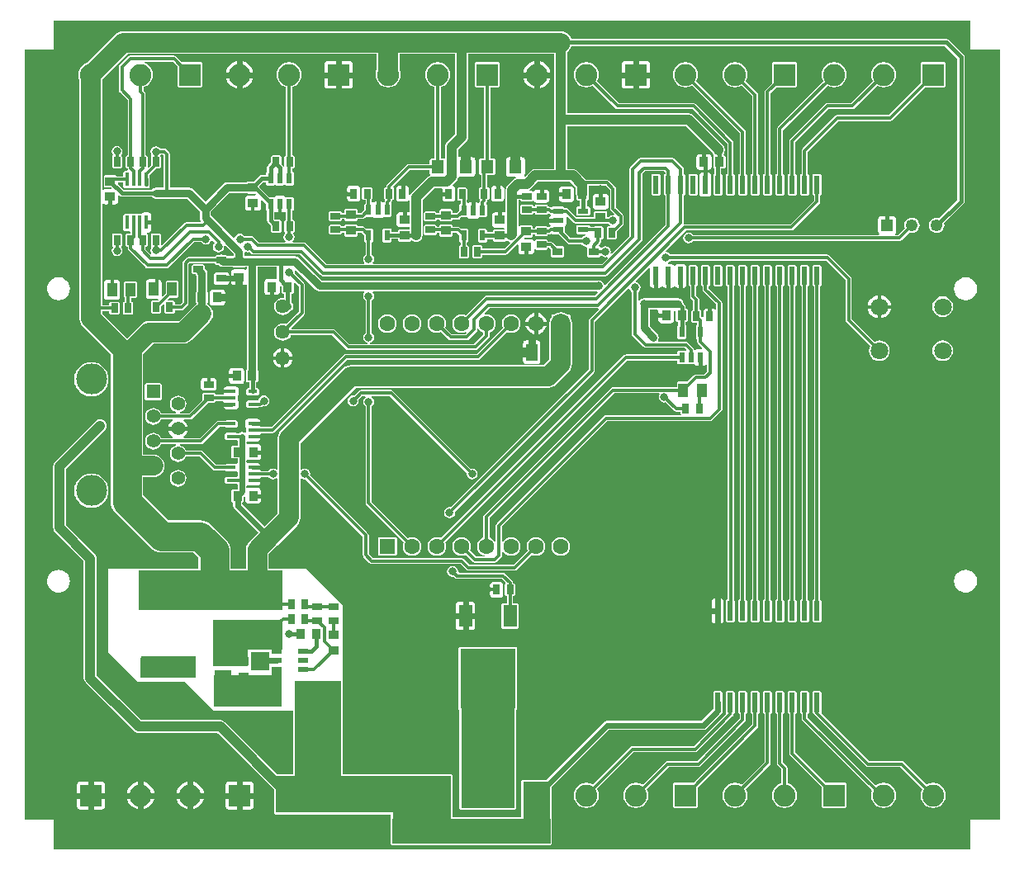
<source format=gtl>
G04 Layer_Physical_Order=1*
G04 Layer_Color=255*
%FSLAX43Y43*%
%MOMM*%
G71*
G01*
G75*
%ADD10R,0.720X0.990*%
%ADD11R,0.950X1.000*%
%ADD12R,0.950X0.400*%
%ADD13R,0.990X0.720*%
%ADD14R,1.150X1.800*%
%ADD15R,0.600X2.000*%
%ADD16R,5.690X6.180*%
%ADD17R,1.397X2.286*%
%ADD18R,2.350X1.550*%
%ADD19R,1.000X0.950*%
%ADD20R,1.100X0.600*%
%ADD21R,1.000X1.400*%
%ADD22R,1.800X1.150*%
%ADD23R,3.500X2.000*%
%ADD24R,0.600X1.100*%
%ADD25R,1.100X0.600*%
%ADD26R,1.050X0.800*%
%ADD27R,1.300X1.400*%
%ADD28R,0.450X1.450*%
%ADD29R,0.600X1.850*%
%ADD30R,1.000X0.650*%
%ADD31C,0.300*%
%ADD32C,0.400*%
%ADD33C,0.800*%
%ADD34C,0.600*%
%ADD35C,3.000*%
%ADD36C,2.000*%
%ADD37C,1.000*%
%ADD38R,5.500X12.064*%
%ADD39R,7.010X3.315*%
%ADD40R,1.110X2.600*%
%ADD41R,14.700X4.100*%
%ADD42R,5.700X2.165*%
%ADD43R,3.680X1.903*%
%ADD44R,7.170X3.160*%
%ADD45R,1.950X1.900*%
%ADD46R,18.000X3.750*%
%ADD47R,4.750X12.250*%
%ADD48R,16.225X2.500*%
%ADD49R,6.050X1.800*%
%ADD50R,2.800X4.650*%
%ADD51C,1.800*%
%ADD52C,1.600*%
%ADD53R,1.600X1.600*%
%ADD54R,2.250X2.250*%
%ADD55C,2.250*%
%ADD56C,1.400*%
%ADD57R,1.400X1.400*%
%ADD58C,3.170*%
%ADD59R,1.248X1.248*%
%ADD60C,1.248*%
%ADD61C,1.450*%
%ADD62C,0.800*%
G36*
X119400Y104400D02*
X122400D01*
Y25400D01*
X119400D01*
Y22400D01*
X25400D01*
Y25400D01*
X22400D01*
Y104400D01*
X25400D01*
Y107400D01*
X119400D01*
Y104400D01*
D02*
G37*
%LPC*%
G36*
X116550Y74612D02*
X116275Y74576D01*
X116019Y74470D01*
X115799Y74301D01*
X115630Y74081D01*
X115524Y73825D01*
X115488Y73550D01*
X115524Y73275D01*
X115630Y73019D01*
X115799Y72799D01*
X116019Y72630D01*
X116275Y72524D01*
X116550Y72488D01*
X116825Y72524D01*
X117081Y72630D01*
X117301Y72799D01*
X117470Y73019D01*
X117576Y73275D01*
X117612Y73550D01*
X117576Y73825D01*
X117470Y74081D01*
X117301Y74301D01*
X117081Y74470D01*
X116825Y74576D01*
X116550Y74612D01*
D02*
G37*
G36*
X97605Y82316D02*
X97005D01*
X96888Y82267D01*
X96839Y82150D01*
Y80300D01*
X96888Y80183D01*
X96996Y80138D01*
Y48027D01*
X96888Y47982D01*
X96839Y47865D01*
Y45865D01*
X96888Y45748D01*
X97005Y45699D01*
X97605D01*
X97722Y45748D01*
X97771Y45865D01*
Y47865D01*
X97722Y47982D01*
X97614Y48027D01*
Y80138D01*
X97722Y80183D01*
X97771Y80300D01*
Y82150D01*
X97722Y82267D01*
X97605Y82316D01*
D02*
G37*
G36*
X96335D02*
X95735D01*
X95618Y82267D01*
X95569Y82150D01*
Y80300D01*
X95618Y80183D01*
X95726Y80138D01*
Y48027D01*
X95618Y47982D01*
X95569Y47865D01*
Y45865D01*
X95618Y45748D01*
X95735Y45699D01*
X96335D01*
X96452Y45748D01*
X96501Y45865D01*
Y47865D01*
X96452Y47982D01*
X96344Y48027D01*
Y80138D01*
X96452Y80183D01*
X96501Y80300D01*
Y82150D01*
X96452Y82267D01*
X96335Y82316D01*
D02*
G37*
G36*
X74860Y77439D02*
X74573Y77402D01*
X74305Y77291D01*
X74075Y77115D01*
X73899Y76885D01*
X73788Y76617D01*
X73751Y76330D01*
X73788Y76043D01*
X73899Y75775D01*
X74075Y75545D01*
X74305Y75369D01*
X74573Y75258D01*
X74860Y75221D01*
X75147Y75258D01*
X75415Y75369D01*
X75645Y75545D01*
X75821Y75775D01*
X75932Y76043D01*
X75969Y76330D01*
X75932Y76617D01*
X75821Y76885D01*
X75645Y77115D01*
X75415Y77291D01*
X75147Y77402D01*
X74860Y77439D01*
D02*
G37*
G36*
X48895Y73842D02*
X48627Y73807D01*
X48378Y73704D01*
X48164Y73539D01*
X48000Y73325D01*
X47896Y73076D01*
X47861Y72808D01*
X47896Y72541D01*
X48000Y72291D01*
X48164Y72077D01*
X48378Y71913D01*
X48627Y71810D01*
X48895Y71774D01*
X49163Y71810D01*
X49412Y71913D01*
X49626Y72077D01*
X49790Y72291D01*
X49894Y72541D01*
X49929Y72808D01*
X49894Y73076D01*
X49790Y73325D01*
X49626Y73539D01*
X49412Y73704D01*
X49163Y73807D01*
X48895Y73842D01*
D02*
G37*
G36*
X44635Y71756D02*
X43685D01*
X43568Y71733D01*
X43468Y71666D01*
X43402Y71567D01*
X43379Y71450D01*
Y70450D01*
X43402Y70333D01*
X43468Y70234D01*
X43568Y70167D01*
X43685Y70144D01*
X44635D01*
X44752Y70167D01*
X44851Y70234D01*
X44917Y70333D01*
X44940Y70450D01*
Y71450D01*
X44917Y71567D01*
X44851Y71666D01*
X44752Y71733D01*
X44635Y71756D01*
D02*
G37*
G36*
X29286Y72372D02*
X29270Y72368D01*
X29254Y72372D01*
X28943Y72342D01*
X28928Y72334D01*
X28911Y72336D01*
X28612Y72245D01*
X28599Y72234D01*
X28582Y72232D01*
X28307Y72085D01*
X28296Y72072D01*
X28280Y72067D01*
X28039Y71869D01*
X28031Y71854D01*
X28016Y71846D01*
X27818Y71605D01*
X27813Y71589D01*
X27800Y71578D01*
X27653Y71303D01*
X27651Y71286D01*
X27640Y71273D01*
X27549Y70974D01*
X27551Y70957D01*
X27543Y70942D01*
X27513Y70631D01*
X27515Y70623D01*
X27512Y70615D01*
X27515Y70607D01*
X27513Y70599D01*
X27543Y70288D01*
X27551Y70273D01*
X27549Y70256D01*
X27640Y69957D01*
X27651Y69944D01*
X27653Y69927D01*
X27800Y69652D01*
X27813Y69641D01*
X27818Y69625D01*
X28016Y69384D01*
X28031Y69376D01*
X28039Y69361D01*
X28280Y69163D01*
X28296Y69158D01*
X28307Y69145D01*
X28582Y68998D01*
X28599Y68996D01*
X28612Y68985D01*
X28911Y68894D01*
X28928Y68896D01*
X28943Y68888D01*
X29254Y68858D01*
X29270Y68862D01*
X29286Y68858D01*
X29597Y68888D01*
X29612Y68896D01*
X29629Y68894D01*
X29928Y68985D01*
X29941Y68996D01*
X29958Y68998D01*
X30233Y69145D01*
X30244Y69158D01*
X30260Y69163D01*
X30501Y69361D01*
X30509Y69376D01*
X30524Y69384D01*
X30722Y69625D01*
X30727Y69641D01*
X30740Y69652D01*
X30888Y69927D01*
X30889Y69944D01*
X30900Y69957D01*
X30991Y70256D01*
X30989Y70273D01*
X30997Y70288D01*
X31028Y70599D01*
X31025Y70607D01*
X31028Y70615D01*
X31025Y70623D01*
X31028Y70631D01*
X30997Y70942D01*
X30989Y70957D01*
X30991Y70974D01*
X30900Y71273D01*
X30889Y71286D01*
X30888Y71303D01*
X30740Y71578D01*
X30727Y71589D01*
X30722Y71605D01*
X30524Y71846D01*
X30509Y71854D01*
X30501Y71869D01*
X30260Y72067D01*
X30244Y72072D01*
X30233Y72085D01*
X29958Y72232D01*
X29941Y72234D01*
X29928Y72245D01*
X29629Y72336D01*
X29612Y72334D01*
X29597Y72342D01*
X29286Y72372D01*
D02*
G37*
G36*
X74975Y74606D02*
X73825D01*
X73708Y74583D01*
X73609Y74516D01*
X73542Y74417D01*
X73519Y74300D01*
Y72500D01*
X73542Y72383D01*
X73609Y72284D01*
X73708Y72217D01*
X73825Y72194D01*
X74975D01*
X75092Y72217D01*
X75191Y72284D01*
X75258Y72383D01*
X75281Y72500D01*
Y74300D01*
X75258Y74417D01*
X75191Y74516D01*
X75092Y74583D01*
X74975Y74606D01*
D02*
G37*
G36*
X42675Y79806D02*
X41725D01*
X41608Y79783D01*
X41509Y79716D01*
X41442Y79617D01*
X41419Y79500D01*
Y78500D01*
X41442Y78383D01*
X41509Y78284D01*
X41608Y78217D01*
X41725Y78194D01*
X42675D01*
X42792Y78217D01*
X42891Y78284D01*
X42958Y78383D01*
X42981Y78500D01*
Y79500D01*
X42958Y79617D01*
X42891Y79716D01*
X42792Y79783D01*
X42675Y79806D01*
D02*
G37*
G36*
X33783Y80661D02*
X32783D01*
X32666Y80612D01*
X32617Y80495D01*
Y79095D01*
X32666Y78978D01*
X32714Y78958D01*
Y78561D01*
X32663D01*
X32546Y78512D01*
X32497Y78395D01*
Y77405D01*
X32546Y77288D01*
X32663Y77239D01*
X33383D01*
X33500Y77288D01*
X33549Y77405D01*
Y78395D01*
X33500Y78512D01*
X33383Y78561D01*
X33332D01*
Y78930D01*
X33783D01*
X33900Y78978D01*
X33949Y79095D01*
Y80495D01*
X33900Y80612D01*
X33783Y80661D01*
D02*
G37*
G36*
X93795Y82316D02*
X93195D01*
X93078Y82267D01*
X93029Y82150D01*
Y80300D01*
X93078Y80183D01*
X93195Y80134D01*
X93795D01*
X93912Y80183D01*
X93961Y80300D01*
Y82150D01*
X93912Y82267D01*
X93795Y82316D01*
D02*
G37*
G36*
X31883Y80801D02*
X30883D01*
X30766Y80778D01*
X30667Y80712D01*
X30600Y80612D01*
X30577Y80495D01*
Y79095D01*
X30600Y78978D01*
X30667Y78879D01*
X30766Y78813D01*
X30883Y78789D01*
X31883D01*
X32000Y78813D01*
X32099Y78879D01*
X32166Y78978D01*
X32189Y79095D01*
Y80495D01*
X32166Y80612D01*
X32099Y80712D01*
X32000Y80778D01*
X31883Y80801D01*
D02*
G37*
G36*
X110050Y79260D02*
X109737Y79219D01*
X109445Y79098D01*
X109194Y78906D01*
X109002Y78655D01*
X108881Y78363D01*
X108840Y78050D01*
X108881Y77737D01*
X109002Y77445D01*
X109194Y77194D01*
X109445Y77002D01*
X109737Y76881D01*
X110050Y76840D01*
X110363Y76881D01*
X110655Y77002D01*
X110906Y77194D01*
X111098Y77445D01*
X111219Y77737D01*
X111260Y78050D01*
X111219Y78363D01*
X111098Y78655D01*
X110906Y78906D01*
X110655Y79098D01*
X110363Y79219D01*
X110050Y79260D01*
D02*
G37*
G36*
X95065Y82316D02*
X94465D01*
X94348Y82267D01*
X94299Y82150D01*
Y80300D01*
X94348Y80183D01*
X94465Y80134D01*
X94512D01*
Y48030D01*
X94465D01*
X94348Y47982D01*
X94299Y47865D01*
Y45865D01*
X94348Y45748D01*
X94465Y45699D01*
X95065D01*
X95182Y45748D01*
X95231Y45865D01*
Y47865D01*
X95182Y47982D01*
X95130Y48004D01*
Y80161D01*
X95182Y80183D01*
X95231Y80300D01*
Y82150D01*
X95182Y82267D01*
X95065Y82316D01*
D02*
G37*
G36*
X93795Y48171D02*
X93195D01*
X93078Y48147D01*
X92979Y48081D01*
X92912Y47982D01*
X92889Y47865D01*
Y45865D01*
X92912Y45748D01*
X92979Y45649D01*
X93078Y45582D01*
X93195Y45559D01*
X93795D01*
X93912Y45582D01*
X94011Y45649D01*
X94078Y45748D01*
X94101Y45865D01*
Y47865D01*
X94078Y47982D01*
X94011Y48081D01*
X93912Y48147D01*
X93795Y48171D01*
D02*
G37*
G36*
X116550Y79112D02*
X116275Y79076D01*
X116019Y78970D01*
X115799Y78801D01*
X115630Y78581D01*
X115524Y78325D01*
X115488Y78050D01*
X115524Y77775D01*
X115630Y77519D01*
X115799Y77299D01*
X116019Y77130D01*
X116275Y77024D01*
X116550Y76988D01*
X116825Y77024D01*
X117081Y77130D01*
X117301Y77299D01*
X117470Y77519D01*
X117576Y77775D01*
X117612Y78050D01*
X117576Y78325D01*
X117470Y78581D01*
X117301Y78801D01*
X117081Y78970D01*
X116825Y79076D01*
X116550Y79112D01*
D02*
G37*
G36*
X118922Y51073D02*
X118900Y51067D01*
X118878Y51073D01*
X118617Y51038D01*
X118598Y51027D01*
X118576D01*
X118332Y50926D01*
X118316Y50911D01*
X118295Y50905D01*
X118086Y50745D01*
X118075Y50725D01*
X118055Y50714D01*
X117895Y50505D01*
X117889Y50484D01*
X117873Y50468D01*
X117773Y50224D01*
Y50202D01*
X117762Y50183D01*
X117727Y49922D01*
X117730Y49911D01*
X117726Y49900D01*
X117730Y49889D01*
X117727Y49878D01*
X117762Y49617D01*
X117773Y49598D01*
Y49576D01*
X117873Y49332D01*
X117889Y49316D01*
X117895Y49295D01*
X118055Y49086D01*
X118075Y49075D01*
X118086Y49055D01*
X118295Y48895D01*
X118316Y48889D01*
X118332Y48874D01*
X118576Y48773D01*
X118598D01*
X118617Y48762D01*
X118878Y48727D01*
X118900Y48733D01*
X118922Y48727D01*
X119183Y48762D01*
X119202Y48773D01*
X119224D01*
X119468Y48874D01*
X119484Y48889D01*
X119505Y48895D01*
X119714Y49055D01*
X119725Y49075D01*
X119745Y49086D01*
X119905Y49295D01*
X119911Y49316D01*
X119926Y49332D01*
X120027Y49576D01*
Y49598D01*
X120038Y49617D01*
X120073Y49878D01*
X120070Y49889D01*
X120074Y49900D01*
X120070Y49911D01*
X120073Y49922D01*
X120038Y50183D01*
X120027Y50202D01*
Y50224D01*
X119926Y50468D01*
X119911Y50484D01*
X119905Y50505D01*
X119745Y50714D01*
X119725Y50725D01*
X119714Y50745D01*
X119505Y50905D01*
X119484Y50911D01*
X119468Y50926D01*
X119224Y51027D01*
X119202D01*
X119183Y51038D01*
X118922Y51073D01*
D02*
G37*
G36*
X25922D02*
X25900Y51067D01*
X25878Y51073D01*
X25617Y51038D01*
X25598Y51027D01*
X25576D01*
X25332Y50926D01*
X25316Y50911D01*
X25295Y50905D01*
X25086Y50745D01*
X25075Y50725D01*
X25055Y50714D01*
X24895Y50505D01*
X24889Y50484D01*
X24874Y50468D01*
X24773Y50224D01*
Y50202D01*
X24762Y50183D01*
X24727Y49922D01*
X24730Y49911D01*
X24726Y49900D01*
X24730Y49889D01*
X24727Y49878D01*
X24762Y49617D01*
X24773Y49598D01*
Y49576D01*
X24874Y49332D01*
X24889Y49316D01*
X24895Y49295D01*
X25055Y49086D01*
X25075Y49075D01*
X25086Y49055D01*
X25295Y48895D01*
X25316Y48889D01*
X25332Y48874D01*
X25576Y48773D01*
X25598D01*
X25617Y48762D01*
X25878Y48727D01*
X25900Y48733D01*
X25922Y48727D01*
X26183Y48762D01*
X26202Y48773D01*
X26224D01*
X26468Y48874D01*
X26484Y48889D01*
X26505Y48895D01*
X26714Y49055D01*
X26725Y49075D01*
X26745Y49086D01*
X26905Y49295D01*
X26911Y49316D01*
X26927Y49332D01*
X27027Y49576D01*
Y49598D01*
X27038Y49617D01*
X27073Y49878D01*
X27070Y49889D01*
X27074Y49900D01*
X27070Y49911D01*
X27073Y49922D01*
X27038Y50183D01*
X27027Y50202D01*
Y50224D01*
X26927Y50468D01*
X26911Y50484D01*
X26905Y50505D01*
X26745Y50714D01*
X26725Y50725D01*
X26714Y50745D01*
X26505Y50905D01*
X26484Y50911D01*
X26468Y50926D01*
X26224Y51027D01*
X26202D01*
X26183Y51038D01*
X25922Y51073D01*
D02*
G37*
G36*
X77400Y54431D02*
X77151Y54398D01*
X76919Y54302D01*
X76720Y54150D01*
X76568Y53951D01*
X76472Y53719D01*
X76439Y53470D01*
X76472Y53221D01*
X76568Y52989D01*
X76720Y52790D01*
X76919Y52638D01*
X77151Y52542D01*
X77400Y52509D01*
X77649Y52542D01*
X77881Y52638D01*
X78080Y52790D01*
X78232Y52989D01*
X78328Y53221D01*
X78361Y53470D01*
X78328Y53719D01*
X78232Y53951D01*
X78080Y54150D01*
X77881Y54302D01*
X77649Y54398D01*
X77400Y54431D01*
D02*
G37*
G36*
X60420Y54436D02*
X58820D01*
X58703Y54387D01*
X58654Y54270D01*
Y52670D01*
X58703Y52553D01*
X58820Y52504D01*
X60420D01*
X60537Y52553D01*
X60586Y52670D01*
Y54270D01*
X60537Y54387D01*
X60420Y54436D01*
D02*
G37*
G36*
X102685Y82316D02*
X102085D01*
X101968Y82267D01*
X101919Y82150D01*
Y80300D01*
X101968Y80183D01*
X102076Y80138D01*
Y48027D01*
X101968Y47982D01*
X101919Y47865D01*
Y45865D01*
X101968Y45748D01*
X102085Y45699D01*
X102685D01*
X102802Y45748D01*
X102851Y45865D01*
Y47865D01*
X102802Y47982D01*
X102694Y48027D01*
Y80138D01*
X102802Y80183D01*
X102851Y80300D01*
Y82150D01*
X102802Y82267D01*
X102685Y82316D01*
D02*
G37*
G36*
X101415D02*
X100815D01*
X100698Y82267D01*
X100649Y82150D01*
Y80300D01*
X100698Y80183D01*
X100806Y80138D01*
Y48027D01*
X100698Y47982D01*
X100649Y47865D01*
Y45865D01*
X100698Y45748D01*
X100815Y45699D01*
X101415D01*
X101532Y45748D01*
X101581Y45865D01*
Y47865D01*
X101532Y47982D01*
X101424Y48027D01*
Y80138D01*
X101532Y80183D01*
X101581Y80300D01*
Y82150D01*
X101532Y82267D01*
X101415Y82316D01*
D02*
G37*
G36*
X71170Y49833D02*
X70450D01*
X70333Y49810D01*
X70234Y49743D01*
X70167Y49644D01*
X70144Y49527D01*
Y48537D01*
X70167Y48420D01*
X70234Y48321D01*
X70333Y48254D01*
X70450Y48231D01*
X71170D01*
X71287Y48254D01*
X71386Y48321D01*
X71453Y48420D01*
X71476Y48537D01*
Y49527D01*
X71453Y49644D01*
X71386Y49743D01*
X71287Y49810D01*
X71170Y49833D01*
D02*
G37*
G36*
X103955Y82316D02*
X103355D01*
X103238Y82267D01*
X103189Y82150D01*
Y80300D01*
X103238Y80183D01*
X103346Y80138D01*
Y48027D01*
X103238Y47982D01*
X103189Y47865D01*
Y45865D01*
X103238Y45748D01*
X103355Y45699D01*
X103955D01*
X104072Y45748D01*
X104121Y45865D01*
Y47865D01*
X104072Y47982D01*
X103964Y48027D01*
Y80138D01*
X104072Y80183D01*
X104121Y80300D01*
Y82150D01*
X104072Y82267D01*
X103955Y82316D01*
D02*
G37*
G36*
X36320Y70211D02*
X34920D01*
X34803Y70162D01*
X34754Y70045D01*
Y68645D01*
X34803Y68528D01*
X34920Y68479D01*
X36320D01*
X36437Y68528D01*
X36486Y68645D01*
Y70045D01*
X36437Y70162D01*
X36320Y70211D01*
D02*
G37*
G36*
X46951Y68964D02*
X46735Y68921D01*
X46553Y68799D01*
X46430Y68616D01*
X46408Y68502D01*
X46285Y68416D01*
X45335D01*
X45218Y68367D01*
X45169Y68250D01*
Y67850D01*
X45218Y67733D01*
X45335Y67684D01*
X46285D01*
X46402Y67733D01*
X46405Y67741D01*
X46601D01*
X46719Y67765D01*
X46820Y67832D01*
X46845Y67857D01*
X46951Y67836D01*
X47167Y67879D01*
X47350Y68001D01*
X47472Y68184D01*
X47515Y68400D01*
X47472Y68616D01*
X47350Y68799D01*
X47167Y68921D01*
X46951Y68964D01*
D02*
G37*
G36*
X41805Y70756D02*
X40815D01*
X40698Y70733D01*
X40599Y70667D01*
X40532Y70567D01*
X40509Y70450D01*
Y69730D01*
X40532Y69613D01*
X40599Y69514D01*
X40698Y69448D01*
X40815Y69425D01*
X41805D01*
X41922Y69448D01*
X42021Y69514D01*
X42088Y69613D01*
X42111Y69730D01*
Y70450D01*
X42088Y70567D01*
X42021Y70667D01*
X41922Y70733D01*
X41805Y70756D01*
D02*
G37*
G36*
X60000Y69509D02*
X56900D01*
X56782Y69485D01*
X56682Y69418D01*
X56206Y68943D01*
X56100Y68964D01*
X55884Y68921D01*
X55701Y68799D01*
X55579Y68616D01*
X55536Y68400D01*
X55579Y68184D01*
X55701Y68001D01*
X55884Y67879D01*
X56100Y67836D01*
X56316Y67879D01*
X56499Y68001D01*
X56621Y68184D01*
X56664Y68400D01*
X56643Y68506D01*
X57028Y68891D01*
X57361D01*
X57399Y68764D01*
X57301Y68699D01*
X57179Y68516D01*
X57136Y68300D01*
X57179Y68084D01*
X57301Y67901D01*
X57391Y67841D01*
Y57930D01*
X57391Y57930D01*
X57415Y57812D01*
X57482Y57712D01*
X61303Y53890D01*
X61232Y53719D01*
X61199Y53470D01*
X61232Y53221D01*
X61328Y52989D01*
X61480Y52790D01*
X61679Y52638D01*
X61911Y52542D01*
X62160Y52509D01*
X62409Y52542D01*
X62641Y52638D01*
X62840Y52790D01*
X62992Y52989D01*
X63088Y53221D01*
X63121Y53470D01*
X63088Y53719D01*
X62992Y53951D01*
X62840Y54150D01*
X62641Y54302D01*
X62409Y54398D01*
X62160Y54431D01*
X61911Y54398D01*
X61740Y54327D01*
X58009Y58058D01*
Y67841D01*
X58099Y67901D01*
X58221Y68084D01*
X58264Y68300D01*
X58221Y68516D01*
X58099Y68699D01*
X58001Y68764D01*
X58039Y68891D01*
X59872D01*
X67757Y61006D01*
X67736Y60900D01*
X67779Y60684D01*
X67901Y60501D01*
X68084Y60379D01*
X68300Y60336D01*
X68516Y60379D01*
X68699Y60501D01*
X68821Y60684D01*
X68864Y60900D01*
X68821Y61116D01*
X68699Y61299D01*
X68516Y61421D01*
X68300Y61464D01*
X68194Y61443D01*
X60218Y69418D01*
X60118Y69485D01*
X60000Y69509D01*
D02*
G37*
G36*
X38160Y61315D02*
X37937Y61286D01*
X37730Y61200D01*
X37552Y61063D01*
X37415Y60885D01*
X37329Y60678D01*
X37300Y60455D01*
X37329Y60232D01*
X37415Y60025D01*
X37552Y59847D01*
X37730Y59710D01*
X37937Y59624D01*
X38160Y59595D01*
X38383Y59624D01*
X38590Y59710D01*
X38768Y59847D01*
X38905Y60025D01*
X38991Y60232D01*
X39020Y60455D01*
X38991Y60678D01*
X38905Y60885D01*
X38768Y61063D01*
X38590Y61200D01*
X38383Y61286D01*
X38160Y61315D01*
D02*
G37*
G36*
X100145Y82316D02*
X99545D01*
X99428Y82267D01*
X99379Y82150D01*
Y80300D01*
X99428Y80183D01*
X99536Y80138D01*
Y48027D01*
X99428Y47982D01*
X99379Y47865D01*
Y45865D01*
X99428Y45748D01*
X99545Y45699D01*
X100145D01*
X100262Y45748D01*
X100311Y45865D01*
Y47865D01*
X100262Y47982D01*
X100154Y48027D01*
Y80138D01*
X100262Y80183D01*
X100311Y80300D01*
Y82150D01*
X100262Y82267D01*
X100145Y82316D01*
D02*
G37*
G36*
X29286Y60942D02*
X29270Y60938D01*
X29254Y60942D01*
X28943Y60912D01*
X28928Y60904D01*
X28911Y60906D01*
X28612Y60815D01*
X28599Y60804D01*
X28582Y60802D01*
X28307Y60655D01*
X28296Y60642D01*
X28280Y60637D01*
X28039Y60439D01*
X28031Y60424D01*
X28016Y60416D01*
X27818Y60175D01*
X27813Y60159D01*
X27800Y60148D01*
X27653Y59873D01*
X27651Y59856D01*
X27640Y59843D01*
X27549Y59544D01*
X27551Y59527D01*
X27543Y59512D01*
X27513Y59201D01*
X27515Y59193D01*
X27512Y59185D01*
X27515Y59177D01*
X27513Y59169D01*
X27543Y58858D01*
X27551Y58843D01*
X27549Y58826D01*
X27640Y58527D01*
X27651Y58514D01*
X27653Y58497D01*
X27800Y58222D01*
X27813Y58211D01*
X27818Y58195D01*
X28016Y57954D01*
X28031Y57946D01*
X28039Y57931D01*
X28280Y57733D01*
X28296Y57728D01*
X28307Y57715D01*
X28582Y57568D01*
X28599Y57566D01*
X28612Y57555D01*
X28911Y57464D01*
X28928Y57466D01*
X28943Y57458D01*
X29254Y57428D01*
X29270Y57432D01*
X29286Y57428D01*
X29597Y57458D01*
X29612Y57466D01*
X29629Y57464D01*
X29928Y57555D01*
X29941Y57566D01*
X29958Y57568D01*
X30233Y57715D01*
X30244Y57728D01*
X30260Y57733D01*
X30501Y57931D01*
X30509Y57946D01*
X30524Y57954D01*
X30722Y58195D01*
X30727Y58211D01*
X30740Y58222D01*
X30888Y58497D01*
X30889Y58514D01*
X30900Y58527D01*
X30991Y58826D01*
X30989Y58843D01*
X30997Y58858D01*
X31028Y59169D01*
X31025Y59177D01*
X31028Y59185D01*
X31025Y59193D01*
X31028Y59201D01*
X30997Y59512D01*
X30989Y59527D01*
X30991Y59544D01*
X30900Y59843D01*
X30889Y59856D01*
X30888Y59873D01*
X30740Y60148D01*
X30727Y60159D01*
X30722Y60175D01*
X30524Y60416D01*
X30509Y60424D01*
X30501Y60439D01*
X30260Y60637D01*
X30244Y60642D01*
X30233Y60655D01*
X29958Y60802D01*
X29941Y60804D01*
X29928Y60815D01*
X29629Y60906D01*
X29612Y60904D01*
X29597Y60912D01*
X29286Y60942D01*
D02*
G37*
G36*
X98875Y82316D02*
X98275D01*
X98158Y82267D01*
X98109Y82150D01*
Y80300D01*
X98158Y80183D01*
X98266Y80138D01*
Y48027D01*
X98158Y47982D01*
X98109Y47865D01*
Y45865D01*
X98158Y45748D01*
X98275Y45699D01*
X98875D01*
X98992Y45748D01*
X99041Y45865D01*
Y47865D01*
X98992Y47982D01*
X98884Y48027D01*
Y80138D01*
X98992Y80183D01*
X99041Y80300D01*
Y82150D01*
X98992Y82267D01*
X98875Y82316D01*
D02*
G37*
G36*
X116705Y103141D02*
X114455D01*
X114338Y103092D01*
X114289Y102975D01*
Y100996D01*
X111002Y97709D01*
X105730D01*
X105612Y97685D01*
X105512Y97618D01*
X102167Y94273D01*
X102100Y94173D01*
X102076Y94055D01*
Y91662D01*
X101968Y91617D01*
X101919Y91500D01*
Y89650D01*
X101968Y89533D01*
X102085Y89484D01*
X102685D01*
X102802Y89533D01*
X102851Y89650D01*
Y91500D01*
X102802Y91617D01*
X102694Y91662D01*
Y93927D01*
X105858Y97091D01*
X111130D01*
X111248Y97115D01*
X111348Y97182D01*
X114726Y100559D01*
X116705D01*
X116822Y100608D01*
X116871Y100725D01*
Y102975D01*
X116822Y103092D01*
X116705Y103141D01*
D02*
G37*
G36*
X101465D02*
X99215D01*
X99098Y103092D01*
X99049Y102975D01*
Y100996D01*
X98357Y100303D01*
X98290Y100203D01*
X98266Y100085D01*
Y91662D01*
X98158Y91617D01*
X98109Y91500D01*
Y89650D01*
X98158Y89533D01*
X98275Y89484D01*
X98875D01*
X98992Y89533D01*
X99041Y89650D01*
Y91500D01*
X98992Y91617D01*
X98884Y91662D01*
Y99957D01*
X99486Y100559D01*
X101465D01*
X101582Y100608D01*
X101631Y100725D01*
Y102975D01*
X101582Y103092D01*
X101465Y103141D01*
D02*
G37*
G36*
X45590Y29356D02*
X43340D01*
X43223Y29333D01*
X43124Y29266D01*
X43057Y29167D01*
X43034Y29050D01*
Y26800D01*
X43057Y26683D01*
X43124Y26584D01*
X43223Y26517D01*
X43340Y26494D01*
X45590D01*
X45707Y26517D01*
X45806Y26584D01*
X45873Y26683D01*
X45896Y26800D01*
Y29050D01*
X45873Y29167D01*
X45806Y29266D01*
X45707Y29333D01*
X45590Y29356D01*
D02*
G37*
G36*
X97605Y38630D02*
X97005D01*
X96888Y38582D01*
X96839Y38465D01*
Y36465D01*
X96888Y36348D01*
X96996Y36303D01*
Y35178D01*
X91034Y29216D01*
X89055D01*
X88938Y29167D01*
X88889Y29050D01*
Y26800D01*
X88938Y26683D01*
X89055Y26634D01*
X91305D01*
X91422Y26683D01*
X91471Y26800D01*
Y28779D01*
X97523Y34832D01*
X97590Y34932D01*
X97614Y35050D01*
Y36303D01*
X97722Y36348D01*
X97771Y36465D01*
Y38465D01*
X97722Y38582D01*
X97605Y38630D01*
D02*
G37*
G36*
X80020Y103139D02*
X79686Y103095D01*
X79375Y102966D01*
X79109Y102761D01*
X78904Y102495D01*
X78775Y102184D01*
X78731Y101850D01*
X78775Y101516D01*
X78904Y101205D01*
X79109Y100939D01*
X79375Y100734D01*
X79686Y100605D01*
X80020Y100561D01*
X80354Y100605D01*
X80665Y100734D01*
X80684Y100749D01*
X83002Y98432D01*
X83102Y98365D01*
X83220Y98341D01*
X90872D01*
X94456Y94757D01*
Y91662D01*
X94348Y91617D01*
X94299Y91500D01*
Y89650D01*
X94348Y89533D01*
X94465Y89484D01*
X95065D01*
X95182Y89533D01*
X95231Y89650D01*
Y91500D01*
X95182Y91617D01*
X95074Y91662D01*
Y94885D01*
X95050Y95003D01*
X94983Y95103D01*
X91218Y98868D01*
X91118Y98935D01*
X91000Y98959D01*
X83348D01*
X81121Y101186D01*
X81136Y101205D01*
X81265Y101516D01*
X81309Y101850D01*
X81265Y102184D01*
X81136Y102495D01*
X80931Y102761D01*
X80665Y102966D01*
X80354Y103095D01*
X80020Y103139D01*
D02*
G37*
G36*
X91255Y91666D02*
X90655D01*
X90538Y91617D01*
X90489Y91500D01*
Y89650D01*
X90538Y89533D01*
X90655Y89484D01*
X91255D01*
X91372Y89533D01*
X91421Y89650D01*
Y91500D01*
X91372Y91617D01*
X91255Y91666D01*
D02*
G37*
G36*
X95260Y103139D02*
X94926Y103095D01*
X94615Y102966D01*
X94349Y102761D01*
X94144Y102495D01*
X94015Y102184D01*
X93971Y101850D01*
X94015Y101516D01*
X94144Y101205D01*
X94349Y100939D01*
X94615Y100734D01*
X94926Y100605D01*
X95260Y100561D01*
X95594Y100605D01*
X95905Y100734D01*
X95924Y100749D01*
X96996Y99677D01*
Y91662D01*
X96888Y91617D01*
X96839Y91500D01*
Y89650D01*
X96888Y89533D01*
X97005Y89484D01*
X97605D01*
X97722Y89533D01*
X97771Y89650D01*
Y91500D01*
X97722Y91617D01*
X97614Y91662D01*
Y99805D01*
X97590Y99923D01*
X97523Y100023D01*
X96361Y101186D01*
X96376Y101205D01*
X96505Y101516D01*
X96549Y101850D01*
X96505Y102184D01*
X96376Y102495D01*
X96171Y102761D01*
X95905Y102966D01*
X95594Y103095D01*
X95260Y103139D01*
D02*
G37*
G36*
X90180D02*
X89846Y103095D01*
X89535Y102966D01*
X89269Y102761D01*
X89064Y102495D01*
X88935Y102184D01*
X88891Y101850D01*
X88935Y101516D01*
X89064Y101205D01*
X89269Y100939D01*
X89535Y100734D01*
X89846Y100605D01*
X90180Y100561D01*
X90514Y100605D01*
X90825Y100734D01*
X90844Y100749D01*
X95726Y95867D01*
Y91662D01*
X95618Y91617D01*
X95569Y91500D01*
Y89650D01*
X95618Y89533D01*
X95735Y89484D01*
X96335D01*
X96452Y89533D01*
X96501Y89650D01*
Y91500D01*
X96452Y91617D01*
X96344Y91662D01*
Y95995D01*
X96320Y96113D01*
X96253Y96213D01*
X91281Y101186D01*
X91296Y101205D01*
X91425Y101516D01*
X91469Y101850D01*
X91425Y102184D01*
X91296Y102495D01*
X91091Y102761D01*
X90825Y102966D01*
X90514Y103095D01*
X90180Y103139D01*
D02*
G37*
G36*
X86225Y103281D02*
X83975D01*
X83858Y103258D01*
X83759Y103191D01*
X83692Y103092D01*
X83669Y102975D01*
Y100725D01*
X83692Y100608D01*
X83759Y100509D01*
X83858Y100442D01*
X83975Y100419D01*
X86225D01*
X86342Y100442D01*
X86441Y100509D01*
X86508Y100608D01*
X86531Y100725D01*
Y102975D01*
X86508Y103092D01*
X86441Y103191D01*
X86342Y103258D01*
X86225Y103281D01*
D02*
G37*
G36*
X72745Y43156D02*
X67055D01*
X66938Y43107D01*
X66889Y42990D01*
Y36810D01*
X66938Y36693D01*
X66984Y36674D01*
Y26636D01*
X67033Y26519D01*
X67150Y26470D01*
X72650D01*
X72767Y26519D01*
X72816Y26636D01*
Y36674D01*
X72862Y36693D01*
X72911Y36810D01*
Y42990D01*
X72862Y43107D01*
X72745Y43156D01*
D02*
G37*
G36*
X110500Y103139D02*
X110166Y103095D01*
X109855Y102966D01*
X109589Y102761D01*
X109384Y102495D01*
X109255Y102184D01*
X109211Y101850D01*
X109255Y101516D01*
X109384Y101205D01*
X109399Y101186D01*
X107172Y98959D01*
X104700D01*
X104582Y98935D01*
X104482Y98868D01*
X100897Y95283D01*
X100830Y95183D01*
X100806Y95065D01*
Y91662D01*
X100698Y91617D01*
X100649Y91500D01*
Y89650D01*
X100698Y89533D01*
X100815Y89484D01*
X101415D01*
X101532Y89533D01*
X101581Y89650D01*
Y91500D01*
X101532Y91617D01*
X101424Y91662D01*
Y94937D01*
X104828Y98341D01*
X107300D01*
X107418Y98365D01*
X107518Y98432D01*
X109836Y100749D01*
X109855Y100734D01*
X110166Y100605D01*
X110500Y100561D01*
X110834Y100605D01*
X111145Y100734D01*
X111411Y100939D01*
X111616Y101205D01*
X111745Y101516D01*
X111789Y101850D01*
X111745Y102184D01*
X111616Y102495D01*
X111411Y102761D01*
X111145Y102966D01*
X110834Y103095D01*
X110500Y103139D01*
D02*
G37*
G36*
X105420D02*
X105086Y103095D01*
X104775Y102966D01*
X104509Y102761D01*
X104304Y102495D01*
X104175Y102184D01*
X104131Y101850D01*
X104175Y101516D01*
X104304Y101205D01*
X104319Y101186D01*
X99627Y96493D01*
X99560Y96393D01*
X99536Y96275D01*
Y91662D01*
X99428Y91617D01*
X99379Y91500D01*
Y89650D01*
X99428Y89533D01*
X99545Y89484D01*
X100145D01*
X100262Y89533D01*
X100311Y89650D01*
Y91500D01*
X100262Y91617D01*
X100154Y91662D01*
Y96147D01*
X104756Y100749D01*
X104775Y100734D01*
X105086Y100605D01*
X105420Y100561D01*
X105754Y100605D01*
X106065Y100734D01*
X106331Y100939D01*
X106536Y101205D01*
X106665Y101516D01*
X106709Y101850D01*
X106665Y102184D01*
X106536Y102495D01*
X106331Y102761D01*
X106065Y102966D01*
X105754Y103095D01*
X105420Y103139D01*
D02*
G37*
G36*
X30350Y29356D02*
X28100D01*
X27983Y29333D01*
X27884Y29266D01*
X27817Y29167D01*
X27794Y29050D01*
Y26800D01*
X27817Y26683D01*
X27884Y26584D01*
X27983Y26517D01*
X28100Y26494D01*
X30350D01*
X30467Y26517D01*
X30566Y26584D01*
X30633Y26683D01*
X30656Y26800D01*
Y29050D01*
X30633Y29167D01*
X30566Y29266D01*
X30467Y29333D01*
X30350Y29356D01*
D02*
G37*
G36*
X92550Y93706D02*
X91600D01*
X91483Y93683D01*
X91384Y93616D01*
X91317Y93517D01*
X91294Y93400D01*
Y92400D01*
X91317Y92283D01*
X91384Y92184D01*
X91483Y92117D01*
X91600Y92094D01*
X92550D01*
X92667Y92117D01*
X92766Y92184D01*
X92833Y92283D01*
X92856Y92400D01*
Y93400D01*
X92833Y93517D01*
X92766Y93616D01*
X92667Y93683D01*
X92550Y93706D01*
D02*
G37*
G36*
X34305Y29362D02*
X33933Y29313D01*
X33586Y29170D01*
X33289Y28941D01*
X33060Y28644D01*
X32917Y28297D01*
X32868Y27925D01*
X32917Y27553D01*
X33060Y27206D01*
X33289Y26909D01*
X33586Y26680D01*
X33933Y26537D01*
X34305Y26488D01*
X34677Y26537D01*
X35024Y26680D01*
X35321Y26909D01*
X35550Y27206D01*
X35693Y27553D01*
X35742Y27925D01*
X35693Y28297D01*
X35550Y28644D01*
X35321Y28941D01*
X35024Y29170D01*
X34677Y29313D01*
X34305Y29362D01*
D02*
G37*
G36*
X39385D02*
X39013Y29313D01*
X38666Y29170D01*
X38369Y28941D01*
X38140Y28644D01*
X37997Y28297D01*
X37948Y27925D01*
X37997Y27553D01*
X38140Y27206D01*
X38369Y26909D01*
X38666Y26680D01*
X39013Y26537D01*
X39385Y26488D01*
X39757Y26537D01*
X40104Y26680D01*
X40401Y26909D01*
X40630Y27206D01*
X40773Y27553D01*
X40822Y27925D01*
X40773Y28297D01*
X40630Y28644D01*
X40401Y28941D01*
X40104Y29170D01*
X39757Y29313D01*
X39385Y29362D01*
D02*
G37*
G36*
X68312Y47784D02*
X66915D01*
X66798Y47761D01*
X66699Y47694D01*
X66633Y47595D01*
X66610Y47478D01*
Y45192D01*
X66633Y45075D01*
X66699Y44976D01*
X66798Y44909D01*
X66915Y44886D01*
X68312D01*
X68430Y44909D01*
X68529Y44976D01*
X68595Y45075D01*
X68618Y45192D01*
Y47478D01*
X68595Y47595D01*
X68529Y47694D01*
X68430Y47761D01*
X68312Y47784D01*
D02*
G37*
G36*
X32270Y85561D02*
X31550D01*
X31433Y85512D01*
X31384Y85395D01*
Y84405D01*
X31433Y84288D01*
X31461Y84139D01*
X31379Y84016D01*
X31336Y83800D01*
X31379Y83584D01*
X31501Y83401D01*
X31684Y83279D01*
X31900Y83236D01*
X32116Y83279D01*
X32299Y83401D01*
X32421Y83584D01*
X32464Y83800D01*
X32421Y84016D01*
X32343Y84132D01*
X32380Y84284D01*
X32382Y84286D01*
X32387Y84288D01*
X32436Y84405D01*
Y85395D01*
X32387Y85512D01*
X32270Y85561D01*
D02*
G37*
G36*
X98875Y38630D02*
X98275D01*
X98158Y38582D01*
X98109Y38465D01*
Y36465D01*
X98158Y36348D01*
X98266Y36303D01*
Y31368D01*
X95924Y29026D01*
X95905Y29041D01*
X95594Y29170D01*
X95260Y29214D01*
X94926Y29170D01*
X94615Y29041D01*
X94349Y28836D01*
X94144Y28570D01*
X94015Y28259D01*
X93971Y27925D01*
X94015Y27591D01*
X94144Y27280D01*
X94349Y27014D01*
X94615Y26809D01*
X94926Y26680D01*
X95260Y26636D01*
X95594Y26680D01*
X95905Y26809D01*
X96171Y27014D01*
X96376Y27280D01*
X96505Y27591D01*
X96549Y27925D01*
X96505Y28259D01*
X96376Y28570D01*
X96361Y28589D01*
X98793Y31022D01*
X98860Y31122D01*
X98884Y31240D01*
Y36303D01*
X98992Y36348D01*
X99041Y36465D01*
Y38465D01*
X98992Y38582D01*
X98875Y38630D01*
D02*
G37*
G36*
X111484Y87330D02*
X110236D01*
X110119Y87307D01*
X110020Y87240D01*
X109953Y87141D01*
X109930Y87024D01*
Y85776D01*
X109953Y85659D01*
X110020Y85560D01*
X110055Y85536D01*
X110017Y85409D01*
X90959D01*
X90899Y85499D01*
X90716Y85621D01*
X90500Y85664D01*
X90284Y85621D01*
X90101Y85499D01*
X89979Y85316D01*
X89936Y85100D01*
X89979Y84884D01*
X90101Y84701D01*
X90284Y84579D01*
X90500Y84536D01*
X90716Y84579D01*
X90899Y84701D01*
X90959Y84791D01*
X112100D01*
X112218Y84815D01*
X112318Y84882D01*
X113114Y85677D01*
X113197Y85643D01*
X113400Y85616D01*
X113603Y85643D01*
X113792Y85721D01*
X113954Y85846D01*
X114079Y86008D01*
X114157Y86197D01*
X114184Y86400D01*
X114157Y86603D01*
X114079Y86792D01*
X113954Y86954D01*
X113792Y87079D01*
X113603Y87157D01*
X113400Y87184D01*
X113197Y87157D01*
X113008Y87079D01*
X112846Y86954D01*
X112721Y86792D01*
X112643Y86603D01*
X112616Y86400D01*
X112643Y86197D01*
X112677Y86114D01*
X111972Y85409D01*
X111703D01*
X111665Y85536D01*
X111700Y85560D01*
X111767Y85659D01*
X111790Y85776D01*
Y87024D01*
X111767Y87141D01*
X111700Y87240D01*
X111601Y87307D01*
X111484Y87330D01*
D02*
G37*
G36*
X118922Y81073D02*
X118900Y81067D01*
X118878Y81073D01*
X118617Y81038D01*
X118598Y81027D01*
X118576D01*
X118332Y80926D01*
X118316Y80911D01*
X118295Y80905D01*
X118086Y80745D01*
X118075Y80725D01*
X118055Y80714D01*
X117895Y80505D01*
X117889Y80484D01*
X117873Y80468D01*
X117773Y80224D01*
Y80202D01*
X117762Y80183D01*
X117727Y79922D01*
X117730Y79911D01*
X117726Y79900D01*
X117730Y79889D01*
X117727Y79878D01*
X117762Y79617D01*
X117773Y79598D01*
Y79576D01*
X117873Y79332D01*
X117889Y79316D01*
X117895Y79295D01*
X118055Y79086D01*
X118075Y79075D01*
X118086Y79055D01*
X118295Y78895D01*
X118316Y78889D01*
X118332Y78873D01*
X118576Y78773D01*
X118598D01*
X118617Y78762D01*
X118878Y78727D01*
X118900Y78733D01*
X118922Y78727D01*
X119183Y78762D01*
X119202Y78773D01*
X119224D01*
X119468Y78873D01*
X119484Y78889D01*
X119505Y78895D01*
X119714Y79055D01*
X119725Y79075D01*
X119745Y79086D01*
X119905Y79295D01*
X119911Y79316D01*
X119926Y79332D01*
X120027Y79576D01*
Y79598D01*
X120038Y79617D01*
X120073Y79878D01*
X120070Y79889D01*
X120074Y79900D01*
X120070Y79911D01*
X120073Y79922D01*
X120038Y80183D01*
X120027Y80202D01*
Y80224D01*
X119926Y80468D01*
X119911Y80484D01*
X119905Y80505D01*
X119745Y80714D01*
X119725Y80725D01*
X119714Y80745D01*
X119505Y80905D01*
X119484Y80911D01*
X119468Y80926D01*
X119224Y81027D01*
X119202D01*
X119183Y81038D01*
X118922Y81073D01*
D02*
G37*
G36*
X43104Y81581D02*
X42104D01*
X41987Y81558D01*
X41888Y81491D01*
X41822Y81392D01*
X41798Y81275D01*
Y80625D01*
X41822Y80508D01*
X41888Y80409D01*
X41987Y80342D01*
X42104Y80319D01*
X43104D01*
X43221Y80342D01*
X43320Y80409D01*
X43387Y80508D01*
X43410Y80625D01*
Y81275D01*
X43387Y81392D01*
X43320Y81491D01*
X43221Y81558D01*
X43104Y81581D01*
D02*
G37*
G36*
X66300Y51464D02*
X66084Y51421D01*
X65901Y51299D01*
X65779Y51116D01*
X65736Y50900D01*
X65779Y50684D01*
X65901Y50501D01*
X66084Y50379D01*
X66300Y50336D01*
X66406Y50357D01*
X66528Y50235D01*
X66629Y50168D01*
X66747Y50144D01*
X71351D01*
X71736Y49759D01*
X71713Y49644D01*
X71664Y49527D01*
Y48537D01*
X71713Y48420D01*
X71830Y48371D01*
X71877D01*
Y47644D01*
X71488D01*
X71370Y47595D01*
X71322Y47478D01*
Y45192D01*
X71370Y45075D01*
X71488Y45026D01*
X72884D01*
X73002Y45075D01*
X73050Y45192D01*
Y47478D01*
X73002Y47595D01*
X72884Y47644D01*
X72495D01*
Y48371D01*
X72550D01*
X72667Y48420D01*
X72716Y48537D01*
Y49527D01*
X72667Y49644D01*
X72550Y49693D01*
X72495D01*
Y49746D01*
X72471Y49864D01*
X72404Y49965D01*
X71697Y50672D01*
X71597Y50739D01*
X71479Y50762D01*
X66963D01*
X66860Y50883D01*
X66864Y50900D01*
X66821Y51116D01*
X66699Y51299D01*
X66516Y51421D01*
X66300Y51464D01*
D02*
G37*
G36*
X25922Y81073D02*
X25900Y81067D01*
X25878Y81073D01*
X25617Y81038D01*
X25598Y81027D01*
X25576D01*
X25332Y80926D01*
X25316Y80911D01*
X25295Y80905D01*
X25086Y80745D01*
X25075Y80725D01*
X25055Y80714D01*
X24895Y80505D01*
X24889Y80484D01*
X24874Y80468D01*
X24773Y80224D01*
Y80202D01*
X24762Y80183D01*
X24727Y79922D01*
X24730Y79911D01*
X24726Y79900D01*
X24730Y79889D01*
X24727Y79878D01*
X24762Y79617D01*
X24773Y79598D01*
Y79576D01*
X24874Y79332D01*
X24889Y79316D01*
X24895Y79295D01*
X25055Y79086D01*
X25075Y79075D01*
X25086Y79055D01*
X25295Y78895D01*
X25316Y78889D01*
X25332Y78873D01*
X25576Y78773D01*
X25598D01*
X25617Y78762D01*
X25878Y78727D01*
X25900Y78733D01*
X25922Y78727D01*
X26183Y78762D01*
X26202Y78773D01*
X26224D01*
X26468Y78873D01*
X26484Y78889D01*
X26505Y78895D01*
X26714Y79055D01*
X26725Y79075D01*
X26745Y79086D01*
X26905Y79295D01*
X26911Y79316D01*
X26927Y79332D01*
X27027Y79576D01*
Y79598D01*
X27038Y79617D01*
X27073Y79878D01*
X27070Y79889D01*
X27074Y79900D01*
X27070Y79911D01*
X27073Y79922D01*
X27038Y80183D01*
X27027Y80202D01*
Y80224D01*
X26927Y80468D01*
X26911Y80484D01*
X26905Y80505D01*
X26745Y80714D01*
X26725Y80725D01*
X26714Y80745D01*
X26505Y80905D01*
X26484Y80911D01*
X26468Y80926D01*
X26224Y81027D01*
X26202D01*
X26183Y81038D01*
X25922Y81073D01*
D02*
G37*
G36*
X100145Y38630D02*
X99545D01*
X99428Y38582D01*
X99379Y38465D01*
Y36465D01*
X99428Y36348D01*
X99536Y36303D01*
Y31205D01*
X99560Y31087D01*
X99627Y30987D01*
X100031Y30582D01*
Y29173D01*
X100006Y29170D01*
X99695Y29041D01*
X99429Y28836D01*
X99224Y28570D01*
X99095Y28259D01*
X99051Y27925D01*
X99095Y27591D01*
X99224Y27280D01*
X99429Y27014D01*
X99695Y26809D01*
X100006Y26680D01*
X100340Y26636D01*
X100674Y26680D01*
X100985Y26809D01*
X101251Y27014D01*
X101456Y27280D01*
X101585Y27591D01*
X101629Y27925D01*
X101585Y28259D01*
X101456Y28570D01*
X101251Y28836D01*
X100985Y29041D01*
X100674Y29170D01*
X100649Y29173D01*
Y30710D01*
X100625Y30828D01*
X100558Y30928D01*
X100154Y31333D01*
Y36303D01*
X100262Y36348D01*
X100311Y36465D01*
Y38465D01*
X100262Y38582D01*
X100145Y38630D01*
D02*
G37*
G36*
X102685D02*
X102085D01*
X101968Y38582D01*
X101919Y38465D01*
Y36465D01*
X101968Y36348D01*
X102076Y36303D01*
Y36040D01*
X102076Y36040D01*
X102076Y35790D01*
X102100Y35672D01*
X102167Y35572D01*
X109321Y28417D01*
X109255Y28259D01*
X109211Y27925D01*
X109255Y27591D01*
X109384Y27280D01*
X109589Y27014D01*
X109855Y26809D01*
X110166Y26680D01*
X110500Y26636D01*
X110834Y26680D01*
X111145Y26809D01*
X111411Y27014D01*
X111616Y27280D01*
X111745Y27591D01*
X111789Y27925D01*
X111745Y28259D01*
X111616Y28570D01*
X111411Y28836D01*
X111145Y29041D01*
X110834Y29170D01*
X110500Y29214D01*
X110166Y29170D01*
X109855Y29041D01*
X109694Y28918D01*
X102694Y35918D01*
Y36303D01*
X102802Y36348D01*
X102851Y36465D01*
Y38465D01*
X102802Y38582D01*
X102685Y38630D01*
D02*
G37*
G36*
X101415D02*
X100815D01*
X100698Y38582D01*
X100649Y38465D01*
Y36465D01*
X100698Y36348D01*
X100806Y36303D01*
Y32230D01*
X100830Y32112D01*
X100897Y32012D01*
X104129Y28779D01*
Y26800D01*
X104178Y26683D01*
X104295Y26634D01*
X106545D01*
X106662Y26683D01*
X106711Y26800D01*
Y29050D01*
X106662Y29167D01*
X106545Y29216D01*
X104566D01*
X101424Y32358D01*
Y36303D01*
X101532Y36348D01*
X101581Y36465D01*
Y38465D01*
X101532Y38582D01*
X101415Y38630D01*
D02*
G37*
G36*
X92525Y91806D02*
X91925D01*
X91808Y91783D01*
X91709Y91716D01*
X91642Y91617D01*
X91619Y91500D01*
Y89650D01*
X91642Y89533D01*
X91709Y89434D01*
X91808Y89367D01*
X91925Y89344D01*
X92525D01*
X92642Y89367D01*
X92741Y89434D01*
X92808Y89533D01*
X92831Y89650D01*
Y91500D01*
X92808Y91617D01*
X92741Y91716D01*
X92642Y91783D01*
X92525Y91806D01*
D02*
G37*
G36*
X96335Y38630D02*
X95735D01*
X95618Y38582D01*
X95569Y38465D01*
Y36465D01*
X95618Y36348D01*
X95726Y36303D01*
Y35813D01*
X91372Y31459D01*
X88325D01*
X88207Y31435D01*
X88107Y31368D01*
X85764Y29026D01*
X85745Y29041D01*
X85434Y29170D01*
X85100Y29214D01*
X84766Y29170D01*
X84455Y29041D01*
X84189Y28836D01*
X83984Y28570D01*
X83855Y28259D01*
X83811Y27925D01*
X83855Y27591D01*
X83984Y27280D01*
X84189Y27014D01*
X84455Y26809D01*
X84766Y26680D01*
X85100Y26636D01*
X85434Y26680D01*
X85745Y26809D01*
X86011Y27014D01*
X86216Y27280D01*
X86345Y27591D01*
X86389Y27925D01*
X86345Y28259D01*
X86216Y28570D01*
X86201Y28589D01*
X88453Y30841D01*
X91500D01*
X91618Y30865D01*
X91718Y30932D01*
X96253Y35467D01*
X96320Y35567D01*
X96344Y35685D01*
Y36303D01*
X96452Y36348D01*
X96501Y36465D01*
Y38465D01*
X96452Y38582D01*
X96335Y38630D01*
D02*
G37*
G36*
X77375Y106313D02*
X32520D01*
X32219Y106273D01*
X31939Y106157D01*
X31698Y105972D01*
X28774Y103049D01*
X28575Y102966D01*
X28309Y102761D01*
X28104Y102495D01*
X27975Y102184D01*
X27931Y101850D01*
X27975Y101516D01*
X28057Y101318D01*
Y76840D01*
X28097Y76539D01*
X28213Y76259D01*
X28398Y76018D01*
X31240Y73175D01*
X31239Y73160D01*
Y61650D01*
Y58075D01*
X31239Y58075D01*
X31271Y57751D01*
X31365Y57439D01*
X31519Y57152D01*
X31726Y56901D01*
X35300Y53326D01*
X35300Y53326D01*
X35552Y53119D01*
X35839Y52965D01*
X36151Y52871D01*
X36475Y52839D01*
X36475Y52839D01*
X39712D01*
X40239Y52312D01*
Y51200D01*
X30983D01*
X30983Y42603D01*
X34026Y39560D01*
X38833Y39560D01*
X41793Y36600D01*
X49984D01*
Y30066D01*
X48336D01*
X42936Y35466D01*
X42799Y35570D01*
X42640Y35636D01*
X42470Y35659D01*
X42470Y35659D01*
X34373D01*
X29809Y40223D01*
Y52225D01*
X29809Y52225D01*
X29786Y52395D01*
X29720Y52554D01*
X29616Y52691D01*
X26659Y55648D01*
Y61427D01*
X30616Y65384D01*
X30720Y65521D01*
X30786Y65680D01*
X30809Y65850D01*
X30786Y66020D01*
X30720Y66179D01*
X30616Y66316D01*
X30479Y66420D01*
X30320Y66486D01*
X30150Y66509D01*
X29980Y66486D01*
X29821Y66420D01*
X29684Y66316D01*
X25534Y62166D01*
X25430Y62029D01*
X25364Y61870D01*
X25341Y61700D01*
X25341Y61700D01*
Y55375D01*
X25341Y55375D01*
X25364Y55205D01*
X25430Y55046D01*
X25534Y54909D01*
X28491Y51952D01*
Y39950D01*
X28491Y39950D01*
X28514Y39780D01*
X28580Y39621D01*
X28684Y39484D01*
X33634Y34534D01*
X33634Y34534D01*
X33771Y34430D01*
X33930Y34364D01*
X34100Y34341D01*
X34100Y34341D01*
X42197D01*
X47984Y28554D01*
Y26150D01*
X48033Y26033D01*
X48150Y25984D01*
X59934D01*
Y24700D01*
Y23000D01*
X59983Y22883D01*
X60100Y22834D01*
X76325D01*
X76442Y22883D01*
X76491Y23000D01*
Y25500D01*
Y28822D01*
X82306Y34638D01*
X92000D01*
X92177Y34673D01*
X92327Y34773D01*
X93822Y36268D01*
X93860Y36326D01*
X93912Y36348D01*
X93961Y36465D01*
Y38465D01*
X93912Y38582D01*
X93795Y38630D01*
X93195D01*
X93078Y38582D01*
X93029Y38465D01*
Y36783D01*
X91809Y35562D01*
X82115D01*
X81938Y35527D01*
X81788Y35427D01*
X75902Y29541D01*
X73525D01*
X73408Y29492D01*
X73359Y29375D01*
Y25666D01*
X66316D01*
Y26500D01*
Y29900D01*
X66267Y30017D01*
X66150Y30066D01*
X55066D01*
Y39650D01*
Y47434D01*
X51300Y51200D01*
X47458D01*
Y52678D01*
X48340Y53560D01*
X48340Y53560D01*
X50362Y55583D01*
X50547Y55824D01*
X50663Y56104D01*
X50703Y56405D01*
Y60371D01*
X50830Y60439D01*
X50919Y60379D01*
X51135Y60336D01*
X51241Y60357D01*
X57091Y54507D01*
Y52580D01*
X57115Y52462D01*
X57182Y52362D01*
X57782Y51762D01*
X57882Y51695D01*
X58000Y51671D01*
X67090D01*
X67698Y51063D01*
X67798Y50996D01*
X67916Y50973D01*
X72672D01*
X72790Y50996D01*
X72890Y51063D01*
X74440Y52613D01*
X74611Y52542D01*
X74860Y52509D01*
X75109Y52542D01*
X75341Y52638D01*
X75540Y52790D01*
X75692Y52989D01*
X75788Y53221D01*
X75821Y53470D01*
X75788Y53719D01*
X75692Y53951D01*
X75540Y54150D01*
X75341Y54302D01*
X75109Y54398D01*
X74860Y54431D01*
X74611Y54398D01*
X74379Y54302D01*
X74180Y54150D01*
X74028Y53951D01*
X73932Y53719D01*
X73899Y53470D01*
X73932Y53221D01*
X74003Y53050D01*
X72544Y51590D01*
X68044D01*
X67436Y52199D01*
X67336Y52266D01*
X67218Y52289D01*
X58128D01*
X57709Y52708D01*
Y54635D01*
X57685Y54753D01*
X57618Y54853D01*
X51678Y60794D01*
X51699Y60900D01*
X51656Y61116D01*
X51534Y61299D01*
X51351Y61421D01*
X51135Y61464D01*
X50919Y61421D01*
X50830Y61361D01*
X50703Y61429D01*
Y64058D01*
X56382Y69737D01*
X76100D01*
X76401Y69777D01*
X76681Y69893D01*
X76922Y70078D01*
X78222Y71378D01*
X78407Y71619D01*
X78523Y71899D01*
X78563Y72200D01*
Y73400D01*
Y76330D01*
X78523Y76631D01*
X78407Y76911D01*
X78366Y76966D01*
Y77130D01*
X78317Y77247D01*
X78200Y77296D01*
X78036D01*
X77981Y77337D01*
X77701Y77453D01*
X77400Y77493D01*
X77099Y77453D01*
X76819Y77337D01*
X76764Y77296D01*
X76600D01*
X76483Y77247D01*
X76434Y77130D01*
Y76966D01*
X76393Y76911D01*
X76277Y76631D01*
X76237Y76330D01*
Y73400D01*
Y72682D01*
X75618Y72063D01*
X55900D01*
X55599Y72023D01*
X55319Y71907D01*
X55078Y71722D01*
X48718Y65362D01*
X48533Y65121D01*
X48417Y64841D01*
X48377Y64540D01*
Y61393D01*
X48250Y61331D01*
X48116Y61421D01*
X47900Y61464D01*
X47684Y61421D01*
X47501Y61299D01*
X47441Y61209D01*
X46682D01*
X46578Y61336D01*
X46581Y61350D01*
Y61750D01*
X46558Y61867D01*
X46491Y61966D01*
X46392Y62033D01*
X46275Y62056D01*
X45325D01*
X45299Y62051D01*
X45172Y62150D01*
Y62290D01*
X45299Y62361D01*
X45385Y62344D01*
X46335D01*
X46452Y62367D01*
X46551Y62434D01*
X46618Y62533D01*
X46641Y62650D01*
Y63650D01*
X46618Y63767D01*
X46551Y63866D01*
X46452Y63932D01*
X46335Y63956D01*
X45385D01*
X45299Y63939D01*
X45172Y64009D01*
Y64157D01*
X45299Y64251D01*
X45335Y64244D01*
X46285D01*
X46402Y64267D01*
X46501Y64334D01*
X46568Y64433D01*
X46591Y64550D01*
Y64950D01*
X46587Y64967D01*
X46691Y65094D01*
X47853D01*
X47971Y65118D01*
X48071Y65184D01*
X55478Y72591D01*
X68890D01*
X69008Y72615D01*
X69108Y72682D01*
X71900Y75473D01*
X72071Y75402D01*
X72320Y75369D01*
X72569Y75402D01*
X72801Y75498D01*
X73000Y75650D01*
X73152Y75849D01*
X73248Y76081D01*
X73281Y76330D01*
X73248Y76579D01*
X73152Y76811D01*
X73000Y77010D01*
X72801Y77162D01*
X72569Y77258D01*
X72320Y77291D01*
X72071Y77258D01*
X71839Y77162D01*
X71640Y77010D01*
X71488Y76811D01*
X71392Y76579D01*
X71359Y76330D01*
X71392Y76081D01*
X71463Y75910D01*
X68762Y73209D01*
X55350D01*
X55232Y73185D01*
X55132Y73118D01*
X47725Y65712D01*
X46693D01*
X46589Y65839D01*
X46591Y65850D01*
Y66250D01*
X46568Y66367D01*
X46501Y66466D01*
X46402Y66533D01*
X46285Y66556D01*
X45335D01*
X45218Y66533D01*
X45119Y66466D01*
X45052Y66367D01*
X45029Y66250D01*
Y65850D01*
X45052Y65733D01*
X45119Y65634D01*
X45169Y65600D01*
Y65200D01*
X45119Y65166D01*
X45118Y65166D01*
X44947Y65137D01*
X44887Y65177D01*
X44710Y65212D01*
X44533Y65177D01*
X44383Y65077D01*
X44372Y65059D01*
X44205D01*
X44202Y65067D01*
X44085Y65116D01*
X43135D01*
X43018Y65067D01*
X42969Y64950D01*
Y64550D01*
X43018Y64433D01*
X43135Y64384D01*
X44085D01*
X44121Y64399D01*
X44248Y64314D01*
Y63815D01*
X43785D01*
X43668Y63767D01*
X43620Y63650D01*
Y62650D01*
X43668Y62533D01*
X43785Y62484D01*
X44248D01*
Y61977D01*
X44121Y61896D01*
X44075Y61916D01*
X43125D01*
X43008Y61867D01*
X43005Y61859D01*
X42078D01*
X40723Y63213D01*
X40623Y63280D01*
X40505Y63304D01*
X38955D01*
X38905Y63425D01*
X38768Y63603D01*
X38590Y63740D01*
X38383Y63826D01*
X38360Y63829D01*
X38368Y63956D01*
X40505D01*
X40623Y63980D01*
X40723Y64047D01*
X42418Y65741D01*
X43015D01*
X43018Y65733D01*
X43135Y65684D01*
X44085D01*
X44202Y65733D01*
X44251Y65850D01*
Y66250D01*
X44202Y66367D01*
X44085Y66416D01*
X43135D01*
X43018Y66367D01*
X43015Y66359D01*
X42290D01*
X42172Y66335D01*
X42071Y66268D01*
X40377Y64574D01*
X38759D01*
X38716Y64701D01*
X38873Y64822D01*
X39034Y65031D01*
X39134Y65274D01*
X39169Y65535D01*
X39134Y65796D01*
X39034Y66039D01*
X38873Y66248D01*
X38716Y66369D01*
X38759Y66496D01*
X39405D01*
X39523Y66520D01*
X39623Y66587D01*
X41221Y68185D01*
X41805D01*
X41922Y68233D01*
X41971Y68350D01*
Y68391D01*
X42728D01*
X42832Y68264D01*
X42829Y68250D01*
Y67850D01*
X42852Y67733D01*
X42919Y67634D01*
X43018Y67567D01*
X43135Y67544D01*
X44085D01*
X44202Y67567D01*
X44301Y67634D01*
X44368Y67733D01*
X44391Y67850D01*
Y68250D01*
X44368Y68367D01*
X44301Y68466D01*
X44251Y68500D01*
Y68900D01*
X44301Y68934D01*
X44368Y69033D01*
X44391Y69150D01*
Y69550D01*
X44368Y69667D01*
X44301Y69766D01*
X44202Y69833D01*
X44085Y69856D01*
X43135D01*
X43018Y69833D01*
X42919Y69766D01*
X42852Y69667D01*
X42829Y69550D01*
Y69150D01*
X42832Y69136D01*
X42728Y69009D01*
X41971D01*
Y69070D01*
X41922Y69187D01*
X41805Y69236D01*
X40815D01*
X40698Y69187D01*
X40649Y69070D01*
Y68487D01*
X39277Y67114D01*
X38368D01*
X38360Y67241D01*
X38383Y67244D01*
X38590Y67330D01*
X38768Y67467D01*
X38905Y67645D01*
X38991Y67852D01*
X39020Y68075D01*
X38991Y68298D01*
X38905Y68505D01*
X38768Y68683D01*
X38590Y68820D01*
X38383Y68906D01*
X38160Y68935D01*
X37937Y68906D01*
X37730Y68820D01*
X37552Y68683D01*
X37415Y68505D01*
X37329Y68298D01*
X37300Y68075D01*
X37329Y67852D01*
X37415Y67645D01*
X37552Y67467D01*
X37730Y67330D01*
X37937Y67244D01*
X37960Y67241D01*
X37952Y67114D01*
X36415D01*
X36365Y67235D01*
X36228Y67413D01*
X36050Y67550D01*
X35843Y67636D01*
X35620Y67665D01*
X35397Y67636D01*
X35190Y67550D01*
X35012Y67413D01*
X34875Y67235D01*
X34789Y67028D01*
X34760Y66805D01*
X34789Y66582D01*
X34875Y66375D01*
X35012Y66197D01*
X35190Y66060D01*
X35397Y65974D01*
X35620Y65945D01*
X35843Y65974D01*
X36050Y66060D01*
X36228Y66197D01*
X36365Y66375D01*
X36415Y66496D01*
X37561D01*
X37604Y66369D01*
X37447Y66248D01*
X37287Y66039D01*
X37186Y65796D01*
X37151Y65535D01*
X37186Y65274D01*
X37287Y65031D01*
X37447Y64822D01*
X37604Y64701D01*
X37561Y64574D01*
X36415D01*
X36365Y64695D01*
X36228Y64873D01*
X36050Y65010D01*
X35843Y65096D01*
X35620Y65125D01*
X35397Y65096D01*
X35190Y65010D01*
X35012Y64873D01*
X34875Y64695D01*
X34789Y64488D01*
X34760Y64265D01*
X34789Y64042D01*
X34875Y63835D01*
X35012Y63657D01*
X35190Y63520D01*
X35397Y63434D01*
X35620Y63405D01*
X35843Y63434D01*
X36050Y63520D01*
X36228Y63657D01*
X36365Y63835D01*
X36415Y63956D01*
X37952D01*
X37960Y63829D01*
X37937Y63826D01*
X37730Y63740D01*
X37552Y63603D01*
X37415Y63425D01*
X37329Y63218D01*
X37300Y62995D01*
X37329Y62772D01*
X37415Y62565D01*
X37552Y62387D01*
X37730Y62250D01*
X37937Y62164D01*
X38160Y62135D01*
X38383Y62164D01*
X38590Y62250D01*
X38768Y62387D01*
X38905Y62565D01*
X38955Y62686D01*
X40377D01*
X41732Y61332D01*
X41832Y61265D01*
X41950Y61241D01*
X43005D01*
X43008Y61233D01*
X43125Y61184D01*
X44075D01*
X44121Y61203D01*
X44248Y61123D01*
Y60677D01*
X44121Y60597D01*
X44075Y60616D01*
X43125D01*
X43008Y60567D01*
X42959Y60450D01*
Y60050D01*
X43008Y59933D01*
X43125Y59884D01*
X44075D01*
X44121Y59903D01*
X44248Y59823D01*
Y59316D01*
X43775D01*
X43658Y59267D01*
X43610Y59150D01*
Y58150D01*
X43658Y58033D01*
X43775Y57984D01*
X43788D01*
Y57647D01*
X43823Y57470D01*
X43924Y57320D01*
X46367Y54877D01*
X45473Y53982D01*
X45288Y53741D01*
X45172Y53461D01*
X45132Y53160D01*
Y51200D01*
X43561D01*
Y53000D01*
X43529Y53324D01*
X43435Y53636D01*
X43281Y53923D01*
X43075Y54174D01*
X43074Y54175D01*
X41575Y55674D01*
X41323Y55881D01*
X41036Y56035D01*
X40724Y56129D01*
X40400Y56161D01*
X40400Y56161D01*
X37163D01*
X34561Y58763D01*
Y60562D01*
X35620D01*
X35921Y60602D01*
X36202Y60718D01*
X36442Y60903D01*
X36627Y61144D01*
X36743Y61424D01*
X36783Y61725D01*
X36743Y62026D01*
X36627Y62306D01*
X36442Y62547D01*
X36202Y62732D01*
X35921Y62848D01*
X35620Y62888D01*
X34561D01*
Y73160D01*
X34560Y73175D01*
X35652Y74267D01*
X38730D01*
X39031Y74307D01*
X39311Y74423D01*
X39552Y74608D01*
X41422Y76478D01*
X41607Y76719D01*
X41723Y76999D01*
X41763Y77300D01*
X41723Y77601D01*
X41607Y77881D01*
X41422Y78122D01*
X41237Y78264D01*
X41192Y78383D01*
X41241Y78500D01*
Y79500D01*
X41192Y79617D01*
X41164Y79629D01*
Y81500D01*
X41121Y81716D01*
X40999Y81899D01*
X40870Y82028D01*
Y82225D01*
X40821Y82342D01*
X40704Y82391D01*
X39704D01*
X39587Y82342D01*
X39539Y82225D01*
Y81575D01*
X39587Y81458D01*
X39704Y81409D01*
X39929D01*
X40001Y81301D01*
X40036Y81266D01*
Y79629D01*
X40008Y79617D01*
X39959Y79500D01*
Y78500D01*
X40008Y78383D01*
X39963Y78264D01*
X39778Y78122D01*
X38248Y76593D01*
X35170D01*
X34869Y76553D01*
X34589Y76437D01*
X34348Y76252D01*
X32915Y74820D01*
X32900Y74821D01*
X32885Y74820D01*
X30383Y77322D01*
Y77591D01*
X31117D01*
Y77405D01*
X31166Y77288D01*
X31283Y77239D01*
X32003D01*
X32120Y77288D01*
X32169Y77405D01*
Y78395D01*
X32120Y78512D01*
X32003Y78561D01*
X31283D01*
X31166Y78512D01*
X31117Y78395D01*
Y78209D01*
X30383D01*
Y88560D01*
X30417Y88585D01*
X30510Y88616D01*
X30583Y88567D01*
X30700Y88544D01*
X31700D01*
X31817Y88567D01*
X31916Y88634D01*
X31983Y88733D01*
X32006Y88850D01*
Y89444D01*
X32123Y89493D01*
X32171Y89446D01*
X32287Y89367D01*
X32425Y89340D01*
X35475D01*
X35501Y89301D01*
X35684Y89179D01*
X35900Y89136D01*
X39066D01*
X40386Y87816D01*
Y87175D01*
X40429Y86959D01*
X40511Y86836D01*
X40444Y86709D01*
X39000D01*
X38882Y86685D01*
X38782Y86618D01*
X36533Y84370D01*
X36494Y84382D01*
X36416Y84432D01*
Y85395D01*
X36367Y85512D01*
X36250Y85561D01*
X35530D01*
X35413Y85512D01*
X35364Y85395D01*
Y84405D01*
X35413Y84288D01*
X35427Y84145D01*
X35369Y84059D01*
X35326Y83843D01*
X35369Y83627D01*
X35429Y83538D01*
X35330Y83457D01*
X34819Y83968D01*
Y84239D01*
X34870D01*
X34987Y84288D01*
X35036Y84405D01*
Y85395D01*
X34987Y85512D01*
X34915Y85542D01*
X34940Y85669D01*
X35100D01*
X35217Y85692D01*
X35316Y85759D01*
X35383Y85858D01*
X35406Y85975D01*
Y87425D01*
X35383Y87542D01*
X35316Y87641D01*
X35217Y87708D01*
X35100Y87731D01*
X34650D01*
X34533Y87708D01*
X34434Y87641D01*
X34400Y87591D01*
X34000D01*
X33900Y87549D01*
X33800Y87591D01*
X33350D01*
X33250Y87549D01*
X33150Y87591D01*
X32700D01*
X32583Y87542D01*
X32534Y87425D01*
Y85975D01*
X32583Y85858D01*
X32700Y85809D01*
X33150D01*
X33266Y85720D01*
Y85561D01*
X32930D01*
X32813Y85512D01*
X32764Y85395D01*
Y84405D01*
X32813Y84288D01*
X32930Y84239D01*
X32981D01*
Y84035D01*
X33005Y83917D01*
X33072Y83817D01*
X34807Y82082D01*
X34907Y82015D01*
X35025Y81991D01*
X37000D01*
X37118Y82015D01*
X37218Y82082D01*
X39828Y84691D01*
X40541D01*
X40601Y84601D01*
X40784Y84479D01*
X41000Y84436D01*
X41216Y84479D01*
X41399Y84601D01*
X41521Y84784D01*
X41537Y84867D01*
X41659Y84904D01*
X41907Y84656D01*
X41901Y84599D01*
X41779Y84416D01*
X41736Y84200D01*
X41779Y83984D01*
X41901Y83801D01*
X42084Y83679D01*
X42300Y83636D01*
X42516Y83679D01*
X42699Y83801D01*
X42821Y83984D01*
X42864Y84200D01*
X42843Y84305D01*
X42960Y84368D01*
X43836Y83491D01*
Y83314D01*
X43783Y83292D01*
X43771Y83264D01*
X43233D01*
X43221Y83292D01*
X43104Y83341D01*
X42861D01*
X42816Y83371D01*
X42600Y83414D01*
X42384Y83371D01*
X42339Y83341D01*
X42104D01*
X41987Y83292D01*
X41939Y83175D01*
Y83159D01*
X39245D01*
X39127Y83135D01*
X39027Y83068D01*
X38697Y82739D01*
X38630Y82639D01*
X38607Y82521D01*
Y78544D01*
X38372Y78309D01*
X37816D01*
Y78495D01*
X37767Y78612D01*
X37650Y78661D01*
X37173D01*
X37125Y78778D01*
X37335Y78988D01*
X38050D01*
X38167Y79036D01*
X38216Y79153D01*
Y80553D01*
X38167Y80670D01*
X38050Y80719D01*
X37050D01*
X36933Y80670D01*
X36884Y80553D01*
Y79411D01*
X36575Y79102D01*
X36477Y79144D01*
X36456Y79162D01*
Y80553D01*
X36433Y80670D01*
X36366Y80770D01*
X36267Y80836D01*
X36150Y80859D01*
X35150D01*
X35033Y80836D01*
X34934Y80770D01*
X34867Y80670D01*
X34844Y80553D01*
Y79153D01*
X34867Y79036D01*
X34934Y78937D01*
X35033Y78871D01*
X35150Y78847D01*
X36090D01*
X36153Y78725D01*
X36102Y78661D01*
X35550D01*
X35433Y78612D01*
X35384Y78495D01*
Y77505D01*
X35433Y77388D01*
X35550Y77339D01*
X36270D01*
X36387Y77388D01*
X36436Y77505D01*
Y78089D01*
X36647Y78300D01*
X36764Y78252D01*
Y77505D01*
X36813Y77388D01*
X36930Y77339D01*
X37650D01*
X37767Y77388D01*
X37816Y77505D01*
Y77691D01*
X38500D01*
X38618Y77715D01*
X38718Y77782D01*
X39134Y78197D01*
X39201Y78297D01*
X39224Y78416D01*
Y82393D01*
X39373Y82541D01*
X41939D01*
Y82525D01*
X41987Y82408D01*
X42104Y82359D01*
X42293D01*
X42351Y82301D01*
X42534Y82179D01*
X42750Y82136D01*
X43771D01*
X43783Y82108D01*
X43900Y82059D01*
X44900D01*
X45017Y82108D01*
X45029Y82136D01*
X45196D01*
Y81884D01*
X45069Y81823D01*
X45017Y81858D01*
X44900Y81881D01*
X43900D01*
X43783Y81858D01*
X43684Y81791D01*
X43617Y81692D01*
X43594Y81575D01*
Y80625D01*
X43617Y80508D01*
X43684Y80409D01*
X43783Y80342D01*
X43900Y80319D01*
X44900D01*
X45017Y80342D01*
X45069Y80377D01*
X45196Y80316D01*
Y71579D01*
X45167Y71567D01*
X45119Y71450D01*
Y70450D01*
X45167Y70333D01*
X45285Y70284D01*
X45450D01*
Y69716D01*
X45335D01*
X45218Y69667D01*
X45169Y69550D01*
Y69150D01*
X45218Y69033D01*
X45335Y68984D01*
X46285D01*
X46402Y69033D01*
X46451Y69150D01*
Y69550D01*
X46402Y69667D01*
X46285Y69716D01*
X46170D01*
Y70284D01*
X46235D01*
X46352Y70333D01*
X46400Y70450D01*
Y71450D01*
X46352Y71567D01*
X46323Y71579D01*
Y82136D01*
X48290D01*
Y80897D01*
X48270Y80881D01*
X47320D01*
X47203Y80858D01*
X47104Y80791D01*
X47037Y80692D01*
X47014Y80575D01*
Y79575D01*
X47037Y79458D01*
X47104Y79359D01*
X47203Y79292D01*
X47320Y79269D01*
X48270D01*
X48387Y79292D01*
X48486Y79359D01*
X48553Y79458D01*
X48576Y79575D01*
Y80140D01*
X48703Y80203D01*
X48754Y80163D01*
Y79575D01*
X48803Y79458D01*
X48920Y79409D01*
X49035D01*
Y79055D01*
X48940Y78972D01*
X48895Y78977D01*
X48666Y78947D01*
X48452Y78859D01*
X48269Y78718D01*
X48128Y78535D01*
X48040Y78321D01*
X48009Y78092D01*
X48040Y77863D01*
X48128Y77649D01*
X48269Y77466D01*
X48452Y77325D01*
X48666Y77236D01*
X48895Y77206D01*
X49124Y77236D01*
X49338Y77325D01*
X49521Y77466D01*
X49600Y77569D01*
X49611Y77571D01*
X49794Y77693D01*
X49794D01*
X49916Y77876D01*
X49959Y78092D01*
X49916Y78308D01*
X49794Y78491D01*
X49755Y78516D01*
Y79409D01*
X49870D01*
X49987Y79458D01*
X50036Y79575D01*
Y80493D01*
X50163Y80546D01*
X50561Y80147D01*
Y77553D01*
X49258Y76250D01*
X49124Y76305D01*
X48895Y76335D01*
X48666Y76305D01*
X48452Y76217D01*
X48269Y76076D01*
X48128Y75893D01*
X48040Y75679D01*
X48009Y75450D01*
X48040Y75221D01*
X48128Y75007D01*
X48269Y74824D01*
X48452Y74683D01*
X48666Y74594D01*
X48895Y74564D01*
X49124Y74594D01*
X49338Y74683D01*
X49521Y74824D01*
X49662Y75007D01*
X49717Y75141D01*
X53947D01*
X55382Y73707D01*
X55482Y73640D01*
X55600Y73616D01*
X68650D01*
X68768Y73640D01*
X68868Y73707D01*
X69998Y74837D01*
X70065Y74937D01*
X70089Y75055D01*
Y75426D01*
X70261Y75498D01*
X70460Y75650D01*
X70612Y75849D01*
X70708Y76081D01*
X70741Y76330D01*
X70708Y76579D01*
X70612Y76811D01*
X70460Y77010D01*
X70261Y77162D01*
X70029Y77258D01*
X69780Y77291D01*
X69639Y77273D01*
X69580Y77393D01*
X70103Y77916D01*
X81225D01*
X81253Y77879D01*
X81283Y77795D01*
X80357Y76868D01*
X80290Y76768D01*
X80266Y76650D01*
Y71628D01*
X66106Y57468D01*
X66000Y57489D01*
X65784Y57446D01*
X65601Y57324D01*
X65479Y57141D01*
X65436Y56925D01*
X65479Y56709D01*
X65601Y56526D01*
X65784Y56404D01*
X66000Y56361D01*
X66216Y56404D01*
X66399Y56526D01*
X66521Y56709D01*
X66564Y56925D01*
X66543Y57031D01*
X80793Y71282D01*
X80860Y71382D01*
X80884Y71500D01*
Y76522D01*
X84317Y79955D01*
X84455Y79913D01*
X84475Y79809D01*
X84598Y79626D01*
X84687Y79566D01*
Y75254D01*
X84711Y75135D01*
X84778Y75035D01*
X85882Y73932D01*
X85982Y73865D01*
X86100Y73841D01*
X90097D01*
X90294Y73644D01*
X90243Y73520D01*
X90218Y73519D01*
X90204Y73525D01*
X90105Y73565D01*
X89505D01*
X89388Y73517D01*
X89340Y73400D01*
Y73159D01*
X84080D01*
X83962Y73135D01*
X83861Y73068D01*
X65120Y54327D01*
X64949Y54398D01*
X64700Y54431D01*
X64451Y54398D01*
X64219Y54302D01*
X64020Y54150D01*
X63868Y53951D01*
X63772Y53719D01*
X63739Y53470D01*
X63772Y53221D01*
X63868Y52989D01*
X64020Y52790D01*
X64219Y52638D01*
X64451Y52542D01*
X64700Y52509D01*
X64949Y52542D01*
X65181Y52638D01*
X65380Y52790D01*
X65532Y52989D01*
X65628Y53221D01*
X65661Y53470D01*
X65628Y53719D01*
X65557Y53890D01*
X84208Y72541D01*
X89340D01*
Y72300D01*
X89388Y72183D01*
X89505Y72134D01*
X90105D01*
X90204Y72175D01*
X90222Y72183D01*
X90338D01*
X90357Y72175D01*
X90455Y72134D01*
X91055D01*
X91134Y72167D01*
X91189Y72084D01*
X91288Y72017D01*
X91405Y71994D01*
X92005D01*
X92122Y72017D01*
X92222Y72084D01*
X92239Y72110D01*
X92366Y72071D01*
Y71403D01*
X92072Y71109D01*
X91250D01*
X91132Y71085D01*
X91032Y71018D01*
X90379Y70366D01*
X89450D01*
X89333Y70317D01*
X89284Y70200D01*
Y69812D01*
X82753D01*
X82635Y69788D01*
X82535Y69721D01*
X69562Y56748D01*
X69495Y56648D01*
X69471Y56530D01*
Y54374D01*
X69299Y54302D01*
X69100Y54150D01*
X68948Y53951D01*
X68852Y53719D01*
X68819Y53470D01*
X68852Y53221D01*
X68948Y52989D01*
X69100Y52790D01*
X69299Y52638D01*
X69531Y52542D01*
X69574Y52536D01*
X69565Y52409D01*
X68738D01*
X68097Y53050D01*
X68168Y53221D01*
X68201Y53470D01*
X68168Y53719D01*
X68072Y53951D01*
X67920Y54150D01*
X67721Y54302D01*
X67489Y54398D01*
X67240Y54431D01*
X66991Y54398D01*
X66759Y54302D01*
X66560Y54150D01*
X66408Y53951D01*
X66312Y53719D01*
X66279Y53470D01*
X66312Y53221D01*
X66408Y52989D01*
X66560Y52790D01*
X66759Y52638D01*
X66991Y52542D01*
X67240Y52509D01*
X67489Y52542D01*
X67660Y52613D01*
X68392Y51882D01*
X68492Y51815D01*
X68610Y51791D01*
X70600D01*
X70718Y51815D01*
X70818Y51882D01*
X71268Y52332D01*
X71335Y52432D01*
X71359Y52550D01*
Y52968D01*
X71486Y52993D01*
X71488Y52989D01*
X71640Y52790D01*
X71839Y52638D01*
X72071Y52542D01*
X72320Y52509D01*
X72569Y52542D01*
X72801Y52638D01*
X73000Y52790D01*
X73152Y52989D01*
X73248Y53221D01*
X73281Y53470D01*
X73248Y53719D01*
X73152Y53951D01*
X73000Y54150D01*
X72801Y54302D01*
X72569Y54398D01*
X72320Y54431D01*
X72071Y54398D01*
X71839Y54302D01*
X71640Y54150D01*
X71488Y53951D01*
X71486Y53947D01*
X71359Y53972D01*
Y55482D01*
X82168Y66291D01*
X92700D01*
X92818Y66315D01*
X92918Y66382D01*
X93868Y67332D01*
X93935Y67432D01*
X93959Y67550D01*
Y78400D01*
X93935Y78518D01*
X93868Y78618D01*
X92534Y79953D01*
Y80138D01*
X92642Y80183D01*
X92691Y80300D01*
Y82150D01*
X92642Y82267D01*
X92525Y82316D01*
X91925D01*
X91808Y82267D01*
X91759Y82150D01*
Y80300D01*
X91808Y80183D01*
X91916Y80138D01*
Y79825D01*
X91940Y79707D01*
X92007Y79607D01*
X93341Y78272D01*
Y77861D01*
X93310Y77837D01*
X93214Y77804D01*
X93142Y77853D01*
X93025Y77876D01*
X92305D01*
X92188Y77853D01*
X92089Y77786D01*
X92022Y77687D01*
X91999Y77570D01*
Y77043D01*
X91872Y76982D01*
X91811Y77029D01*
Y77570D01*
X91762Y77687D01*
X91645Y77736D01*
X91594D01*
Y78765D01*
X91570Y78883D01*
X91503Y78983D01*
X91264Y79223D01*
Y80138D01*
X91372Y80183D01*
X91421Y80300D01*
Y82150D01*
X91372Y82267D01*
X91255Y82316D01*
X90655D01*
X90538Y82267D01*
X90489Y82150D01*
Y80300D01*
X90538Y80183D01*
X90646Y80138D01*
Y79095D01*
X90670Y78977D01*
X90737Y78877D01*
X90976Y78637D01*
Y77736D01*
X90925D01*
X90808Y77687D01*
X90759Y77570D01*
Y76580D01*
X90808Y76463D01*
X90925Y76414D01*
X91396D01*
Y76162D01*
X91288Y76117D01*
X91240Y76000D01*
Y74900D01*
X91288Y74783D01*
X91396Y74738D01*
Y74445D01*
X91420Y74326D01*
X91487Y74226D01*
X91880Y73833D01*
X91828Y73706D01*
X91405D01*
X91288Y73682D01*
X91189Y73616D01*
X91144Y73617D01*
X91058Y73649D01*
X91041Y73738D01*
X90974Y73838D01*
X90443Y74368D01*
X90343Y74435D01*
X90225Y74459D01*
X87423D01*
X87355Y74586D01*
X87421Y74684D01*
X87464Y74900D01*
X87421Y75116D01*
X87299Y75299D01*
X86504Y76094D01*
Y77796D01*
X87317D01*
X87421Y77669D01*
X87419Y77660D01*
Y76660D01*
X87442Y76543D01*
X87509Y76444D01*
X87608Y76377D01*
X87725Y76354D01*
X88675D01*
X88792Y76377D01*
X88891Y76444D01*
X88958Y76543D01*
X88981Y76660D01*
Y77596D01*
X89077Y77695D01*
X89159Y77660D01*
Y76660D01*
X89208Y76543D01*
X89325Y76494D01*
X89440D01*
Y76138D01*
X89388Y76117D01*
X89340Y76000D01*
Y74900D01*
X89388Y74783D01*
X89505Y74734D01*
X90105D01*
X90222Y74783D01*
X90271Y74900D01*
Y76000D01*
X90222Y76117D01*
X90160Y76143D01*
Y76494D01*
X90275D01*
X90392Y76543D01*
X90441Y76660D01*
Y77660D01*
X90392Y77777D01*
X90275Y77825D01*
X90160D01*
Y78000D01*
X90133Y78138D01*
X90054Y78255D01*
X89995Y78314D01*
X90004Y78360D01*
X89961Y78576D01*
X89839Y78759D01*
X89656Y78881D01*
X89440Y78924D01*
X85940D01*
X85724Y78881D01*
X85541Y78759D01*
X85432Y78596D01*
X85346Y78602D01*
X85305Y78617D01*
Y79566D01*
X85395Y79626D01*
X85517Y79809D01*
X85560Y80025D01*
X85517Y80241D01*
X85395Y80424D01*
X85212Y80546D01*
X85108Y80567D01*
X85066Y80704D01*
X86412Y82050D01*
X86539Y81998D01*
Y80300D01*
X86562Y80183D01*
X86629Y80084D01*
X86728Y80017D01*
X86845Y79994D01*
X87445D01*
X87562Y80017D01*
X87661Y80084D01*
X87709Y80156D01*
X87755Y80166D01*
X87805D01*
X87851Y80156D01*
X87899Y80084D01*
X87998Y80017D01*
X88115Y79994D01*
X88715D01*
X88832Y80017D01*
X88931Y80084D01*
X88979Y80156D01*
X89025Y80166D01*
X89075D01*
X89121Y80156D01*
X89169Y80084D01*
X89268Y80017D01*
X89385Y79994D01*
X89985D01*
X90102Y80017D01*
X90201Y80084D01*
X90268Y80183D01*
X90291Y80300D01*
Y82150D01*
X90268Y82267D01*
X90201Y82366D01*
X90102Y82433D01*
X89985Y82456D01*
X89385D01*
X89268Y82433D01*
X89169Y82366D01*
X89121Y82294D01*
X89075Y82284D01*
X89025D01*
X88979Y82294D01*
X88931Y82366D01*
X88832Y82433D01*
X88715Y82456D01*
X88421D01*
X88380Y82573D01*
X88381Y82583D01*
X88559Y82701D01*
X88619Y82791D01*
X104572D01*
X106591Y80772D01*
Y76700D01*
X106615Y76582D01*
X106682Y76482D01*
X109116Y74047D01*
X109024Y73825D01*
X108988Y73550D01*
X109024Y73275D01*
X109130Y73019D01*
X109299Y72799D01*
X109519Y72630D01*
X109775Y72524D01*
X110050Y72488D01*
X110325Y72524D01*
X110581Y72630D01*
X110801Y72799D01*
X110970Y73019D01*
X111076Y73275D01*
X111112Y73550D01*
X111076Y73825D01*
X110970Y74081D01*
X110801Y74301D01*
X110581Y74470D01*
X110325Y74576D01*
X110050Y74612D01*
X109775Y74576D01*
X109553Y74484D01*
X107209Y76828D01*
Y80900D01*
X107185Y81018D01*
X107118Y81118D01*
X104918Y83318D01*
X104818Y83385D01*
X104700Y83409D01*
X88619D01*
X88559Y83499D01*
X88376Y83621D01*
X88198Y83656D01*
X88142Y83780D01*
X90253Y85891D01*
X101025D01*
X101143Y85915D01*
X101243Y85982D01*
X103873Y88612D01*
X103940Y88712D01*
X103964Y88830D01*
Y89488D01*
X104072Y89533D01*
X104121Y89650D01*
Y91500D01*
X104072Y91617D01*
X103955Y91666D01*
X103355D01*
X103238Y91617D01*
X103189Y91500D01*
Y89650D01*
X103238Y89533D01*
X103346Y89488D01*
Y88958D01*
X100897Y86509D01*
X90125D01*
X90080Y86500D01*
X90074Y86503D01*
X89982Y86610D01*
X89994Y86670D01*
Y89488D01*
X90102Y89533D01*
X90151Y89650D01*
Y91500D01*
X90102Y91617D01*
X89994Y91662D01*
Y92170D01*
X89970Y92289D01*
X89903Y92389D01*
X89074Y93218D01*
X88974Y93285D01*
X88855Y93309D01*
X85575D01*
X85457Y93285D01*
X85356Y93218D01*
X84541Y92403D01*
X84474Y92303D01*
X84451Y92185D01*
Y85312D01*
X82626Y83488D01*
X82509Y83551D01*
X82539Y83700D01*
X82496Y83916D01*
X82374Y84099D01*
X82191Y84221D01*
X81975Y84264D01*
X81759Y84221D01*
X81586Y84105D01*
X81557Y84104D01*
X81447Y84133D01*
X81412Y84217D01*
X81321Y84255D01*
X81270Y84383D01*
X81453Y84567D01*
X81520Y84667D01*
X81544Y84785D01*
Y84989D01*
X81595D01*
X81712Y85038D01*
X81761Y85155D01*
Y86145D01*
X81712Y86262D01*
X81595Y86311D01*
X80875D01*
X80758Y86262D01*
X80757Y86259D01*
X80412D01*
X80367Y86367D01*
X80250Y86416D01*
X79150D01*
X79033Y86367D01*
X78984Y86250D01*
Y85650D01*
X79033Y85533D01*
X79150Y85484D01*
X79917D01*
X79925Y85478D01*
X79915Y85371D01*
X79905Y85345D01*
X79784Y85321D01*
X79601Y85199D01*
X79541Y85109D01*
X78378D01*
X77816Y85671D01*
Y86250D01*
X77783Y86328D01*
X77866Y86384D01*
X77933Y86483D01*
X77956Y86600D01*
Y87200D01*
X77949Y87234D01*
X78066Y87297D01*
X78682Y86682D01*
X78782Y86615D01*
X78900Y86591D01*
X80944D01*
X80975Y86578D01*
X81975D01*
X82006Y86591D01*
X82294D01*
X82354Y86501D01*
X82450Y86438D01*
X82411Y86311D01*
X82255D01*
X82138Y86262D01*
X82089Y86145D01*
Y85155D01*
X82138Y85038D01*
X82255Y84989D01*
X82975D01*
X83092Y85038D01*
X83141Y85155D01*
Y85739D01*
X83768Y86367D01*
X83835Y86467D01*
X83859Y86585D01*
Y87319D01*
X83835Y87437D01*
X83768Y87537D01*
X83050Y88255D01*
Y90134D01*
X83027Y90252D01*
X82960Y90352D01*
X82306Y91006D01*
X82206Y91073D01*
X82088Y91096D01*
X79980D01*
X79086Y91991D01*
X78949Y92095D01*
X78790Y92161D01*
X78620Y92184D01*
X78620Y92184D01*
X78034D01*
Y96566D01*
X90247D01*
X92953Y93861D01*
X92980Y93796D01*
X93084Y93659D01*
X93088Y93657D01*
X93083Y93517D01*
X93034Y93400D01*
Y92400D01*
X93083Y92283D01*
X93135Y92261D01*
Y91641D01*
X93078Y91617D01*
X93029Y91500D01*
Y89650D01*
X93078Y89533D01*
X93195Y89484D01*
X93795D01*
X93912Y89533D01*
X93961Y89650D01*
Y91500D01*
X93912Y91617D01*
X93855Y91641D01*
Y92234D01*
X94150D01*
X94267Y92283D01*
X94316Y92400D01*
Y93400D01*
X94267Y93517D01*
X94150Y93566D01*
X94064D01*
X94041Y93693D01*
X94120Y93796D01*
X94186Y93955D01*
X94209Y94125D01*
Y94195D01*
X94186Y94365D01*
X94120Y94524D01*
X94016Y94661D01*
X90986Y97691D01*
X90849Y97795D01*
X90690Y97861D01*
X90520Y97884D01*
X90520Y97884D01*
X78034D01*
Y104202D01*
X78197Y104328D01*
X78382Y104569D01*
X78477Y104797D01*
X116794D01*
X118055Y103536D01*
Y89024D01*
X116175Y87144D01*
X116143Y87157D01*
X115940Y87184D01*
X115737Y87157D01*
X115548Y87079D01*
X115386Y86954D01*
X115261Y86792D01*
X115183Y86603D01*
X115156Y86400D01*
X115183Y86197D01*
X115261Y86008D01*
X115386Y85846D01*
X115548Y85721D01*
X115737Y85643D01*
X115940Y85616D01*
X116143Y85643D01*
X116332Y85721D01*
X116494Y85846D01*
X116619Y86008D01*
X116697Y86197D01*
X116724Y86400D01*
X116697Y86603D01*
X116684Y86635D01*
X118670Y88620D01*
X118748Y88737D01*
X118775Y88875D01*
Y103685D01*
X118748Y103823D01*
X118670Y103939D01*
X117198Y105411D01*
X117081Y105489D01*
X116943Y105517D01*
X78471D01*
X78382Y105731D01*
X78197Y105972D01*
X77956Y106157D01*
X77676Y106273D01*
X77375Y106313D01*
D02*
G37*
G36*
X103955Y38630D02*
X103355D01*
X103238Y38582D01*
X103189Y38465D01*
Y36465D01*
X103238Y36348D01*
X103355Y36299D01*
X103365D01*
X103370Y36277D01*
X103437Y36177D01*
X108682Y30932D01*
X108782Y30865D01*
X108900Y30841D01*
X112227D01*
X114479Y28589D01*
X114464Y28570D01*
X114335Y28259D01*
X114291Y27925D01*
X114335Y27591D01*
X114464Y27280D01*
X114669Y27014D01*
X114935Y26809D01*
X115246Y26680D01*
X115580Y26636D01*
X115914Y26680D01*
X116225Y26809D01*
X116491Y27014D01*
X116696Y27280D01*
X116825Y27591D01*
X116869Y27925D01*
X116825Y28259D01*
X116696Y28570D01*
X116491Y28836D01*
X116225Y29041D01*
X115914Y29170D01*
X115580Y29214D01*
X115246Y29170D01*
X114935Y29041D01*
X114916Y29026D01*
X112573Y31368D01*
X112473Y31435D01*
X112355Y31459D01*
X109028D01*
X104092Y36395D01*
X104121Y36465D01*
Y38465D01*
X104072Y38582D01*
X103955Y38630D01*
D02*
G37*
G36*
X95065D02*
X94465D01*
X94348Y38582D01*
X94299Y38465D01*
Y36465D01*
X94348Y36348D01*
X94358Y36295D01*
X91022Y32959D01*
X84745D01*
X84627Y32935D01*
X84527Y32868D01*
X80684Y29026D01*
X80665Y29041D01*
X80354Y29170D01*
X80020Y29214D01*
X79686Y29170D01*
X79375Y29041D01*
X79109Y28836D01*
X78904Y28570D01*
X78775Y28259D01*
X78731Y27925D01*
X78775Y27591D01*
X78904Y27280D01*
X79109Y27014D01*
X79375Y26809D01*
X79686Y26680D01*
X80020Y26636D01*
X80354Y26680D01*
X80665Y26809D01*
X80931Y27014D01*
X81136Y27280D01*
X81265Y27591D01*
X81309Y27925D01*
X81265Y28259D01*
X81136Y28570D01*
X81121Y28589D01*
X84873Y32341D01*
X91150D01*
X91268Y32365D01*
X91368Y32432D01*
X94983Y36047D01*
X95050Y36147D01*
X95074Y36265D01*
Y36303D01*
X95182Y36348D01*
X95231Y36465D01*
Y38465D01*
X95182Y38582D01*
X95065Y38630D01*
D02*
G37*
%LPD*%
G36*
X45228Y89683D02*
X45345Y89634D01*
X46114D01*
X46153Y89583D01*
X46089Y89456D01*
X45345D01*
X45228Y89433D01*
X45129Y89366D01*
X45063Y89267D01*
X45039Y89150D01*
Y88200D01*
X45063Y88083D01*
X45129Y87984D01*
X45228Y87917D01*
X45345Y87894D01*
X46345D01*
X46462Y87917D01*
X46562Y87984D01*
X46628Y88083D01*
X46651Y88200D01*
Y88981D01*
X46778Y89033D01*
X47179Y88632D01*
Y88050D01*
X47228Y87933D01*
X47285Y87909D01*
Y86887D01*
X47312Y86749D01*
X47390Y86632D01*
X47679Y86344D01*
Y85832D01*
X47728Y85715D01*
X47845Y85666D01*
X48565D01*
X48682Y85715D01*
X48731Y85832D01*
Y86822D01*
X48682Y86939D01*
X48565Y86988D01*
X48053D01*
X48005Y87036D01*
Y87733D01*
X48132Y87798D01*
X48178Y87768D01*
X48295Y87744D01*
X48895D01*
X49012Y87768D01*
X49104Y87829D01*
X49143Y87821D01*
X49231Y87785D01*
Y86988D01*
X49225D01*
X49108Y86939D01*
X49059Y86822D01*
Y85832D01*
X49108Y85715D01*
X49123Y85571D01*
X49019Y85416D01*
X48976Y85200D01*
X49019Y84984D01*
X49141Y84801D01*
X49179Y84776D01*
X49141Y84649D01*
X46483D01*
X45913Y85218D01*
X45813Y85285D01*
X45695Y85309D01*
X44959D01*
X44899Y85399D01*
X44716Y85521D01*
X44500Y85564D01*
X44284Y85521D01*
X44101Y85399D01*
X43979Y85216D01*
X43964Y85138D01*
X43826Y85096D01*
X41624Y87299D01*
X41624Y87299D01*
X41514Y87409D01*
Y87816D01*
X43409Y89711D01*
X45216D01*
X45228Y89683D01*
D02*
G37*
G36*
X88106Y91857D02*
Y91662D01*
X87998Y91617D01*
X87949Y91500D01*
Y89650D01*
X87998Y89533D01*
X88106Y89488D01*
Y86433D01*
X81973Y80301D01*
X81835Y80342D01*
X81821Y80416D01*
X81699Y80599D01*
X81516Y80721D01*
X81300Y80764D01*
X52879D01*
X50544Y83099D01*
X50361Y83221D01*
X50145Y83264D01*
X45800D01*
X45780Y83260D01*
X45760Y83264D01*
X45029D01*
X45017Y83292D01*
X44964Y83314D01*
Y83607D01*
X45083Y83678D01*
X45091Y83678D01*
X45300Y83636D01*
X45489Y83674D01*
X45657Y83507D01*
X45757Y83440D01*
X45875Y83416D01*
X50647D01*
X52782Y81282D01*
X52882Y81215D01*
X53000Y81191D01*
X81988D01*
X82106Y81215D01*
X82206Y81282D01*
X85668Y84744D01*
X85735Y84844D01*
X85759Y84962D01*
Y91672D01*
X86043Y91956D01*
X88007D01*
X88106Y91857D01*
D02*
G37*
G36*
X76716Y97425D02*
X76730Y97325D01*
X76716Y97225D01*
Y92184D01*
X74775D01*
X74775Y92184D01*
X74604Y92161D01*
X74445Y92095D01*
X74309Y91991D01*
X73733Y91414D01*
X73634Y91495D01*
X73693Y91583D01*
X73716Y91700D01*
Y93100D01*
X73693Y93217D01*
X73626Y93316D01*
X73527Y93383D01*
X73410Y93406D01*
X72110D01*
X71993Y93383D01*
X71894Y93316D01*
X71827Y93217D01*
X71804Y93100D01*
Y91700D01*
X71827Y91583D01*
X71894Y91484D01*
X71993Y91417D01*
X72110Y91394D01*
X72763D01*
X72788Y91267D01*
X72676Y91221D01*
X72539Y91116D01*
X71934Y90511D01*
X71830Y90374D01*
X71764Y90215D01*
X71741Y90045D01*
X71741Y90045D01*
Y89400D01*
Y87809D01*
X71643Y87729D01*
X71633Y87731D01*
X70633D01*
X70516Y87707D01*
X70417Y87641D01*
X70351Y87542D01*
X70327Y87425D01*
Y86475D01*
X70351Y86358D01*
X70417Y86259D01*
X70516Y86192D01*
X70633Y86169D01*
X71535D01*
X71647Y86058D01*
X71633Y85990D01*
X70633D01*
X70516Y85942D01*
X70468Y85825D01*
Y85710D01*
X69816D01*
Y85900D01*
X69767Y86017D01*
X69650Y86066D01*
X69050D01*
X68933Y86017D01*
X68884Y85900D01*
Y84800D01*
X68933Y84683D01*
X69050Y84634D01*
X69650D01*
X69767Y84683D01*
X69816Y84800D01*
Y84990D01*
X70468D01*
Y84875D01*
X70516Y84758D01*
X70633Y84709D01*
X71633D01*
X71750Y84758D01*
X71765Y84792D01*
X71916Y84836D01*
X71959Y84804D01*
X72118Y84738D01*
X72165Y84731D01*
X72211Y84597D01*
X71622Y84009D01*
X69366D01*
Y84195D01*
X69317Y84312D01*
X69200Y84361D01*
X68480D01*
X68363Y84312D01*
X68314Y84195D01*
Y83205D01*
X68363Y83088D01*
X68480Y83039D01*
X69200D01*
X69317Y83088D01*
X69366Y83205D01*
Y83391D01*
X71750D01*
X71868Y83415D01*
X71968Y83482D01*
X72917Y84430D01*
X73034Y84381D01*
Y83715D01*
X73057Y83598D01*
X73124Y83499D01*
X73223Y83432D01*
X73340Y83409D01*
X74340D01*
X74457Y83432D01*
X74556Y83499D01*
X74623Y83598D01*
X74646Y83715D01*
Y83944D01*
X74773Y83969D01*
X74788Y83933D01*
X74905Y83884D01*
X75895D01*
X76012Y83933D01*
X76061Y84050D01*
Y84101D01*
X76232D01*
X76379Y83954D01*
Y83300D01*
X76428Y83183D01*
X76545Y83134D01*
X77595D01*
X77712Y83183D01*
X77761Y83300D01*
Y84100D01*
X77712Y84217D01*
X77595Y84266D01*
X76941D01*
X76578Y84628D01*
X76478Y84695D01*
X76360Y84719D01*
X76061D01*
Y84770D01*
X76012Y84887D01*
X75895Y84936D01*
X74905D01*
X74788Y84887D01*
X74750Y84795D01*
X74641Y84784D01*
X74619Y84787D01*
X74556Y84881D01*
X74457Y84948D01*
X74340Y84971D01*
X73703D01*
X73640Y85098D01*
X73680Y85149D01*
X74340D01*
X74457Y85198D01*
X74506Y85315D01*
Y85481D01*
X74739D01*
Y85430D01*
X74788Y85313D01*
X74905Y85264D01*
X75895D01*
X76012Y85313D01*
X76061Y85430D01*
Y85481D01*
X76190D01*
X76308Y85505D01*
X76433Y85533D01*
X76550Y85484D01*
X77129D01*
X78032Y84582D01*
X78132Y84515D01*
X78250Y84491D01*
X79541D01*
X79601Y84401D01*
X79784Y84279D01*
X80000Y84236D01*
X80090Y84124D01*
X80079Y84100D01*
Y83300D01*
X80128Y83183D01*
X80245Y83134D01*
X81295D01*
X81412Y83183D01*
X81447Y83267D01*
X81557Y83296D01*
X81586Y83295D01*
X81759Y83179D01*
X81975Y83136D01*
X82124Y83166D01*
X82187Y83049D01*
X81597Y82459D01*
X58172D01*
X58122Y82586D01*
X58221Y82734D01*
X58264Y82950D01*
X58221Y83166D01*
X58099Y83349D01*
X58009Y83409D01*
Y84663D01*
X58117Y84708D01*
X58166Y84825D01*
Y85925D01*
X58117Y86042D01*
X58000Y86091D01*
X57421D01*
X57329Y86182D01*
X57229Y86249D01*
X57111Y86273D01*
X56549D01*
Y86350D01*
X56500Y86467D01*
X56383Y86516D01*
X55383D01*
X55266Y86467D01*
X55217Y86350D01*
Y86273D01*
X54944D01*
Y86324D01*
X54895Y86441D01*
X54778Y86490D01*
X53788D01*
X53671Y86441D01*
X53622Y86324D01*
Y85604D01*
X53671Y85487D01*
X53788Y85438D01*
X54778D01*
X54895Y85487D01*
X54944Y85604D01*
Y85655D01*
X55217D01*
Y85400D01*
X55266Y85283D01*
X55383Y85234D01*
X56383D01*
X56500Y85283D01*
X56549Y85400D01*
Y85655D01*
X56983D01*
X57234Y85404D01*
Y84825D01*
X57283Y84708D01*
X57391Y84663D01*
Y83409D01*
X57301Y83349D01*
X57179Y83166D01*
X57136Y82950D01*
X57179Y82734D01*
X57278Y82586D01*
X57228Y82459D01*
X53378D01*
X51278Y84558D01*
X51178Y84625D01*
X51060Y84649D01*
X49939D01*
X49901Y84776D01*
X49939Y84801D01*
X50061Y84984D01*
X50104Y85200D01*
X50061Y85416D01*
X49972Y85549D01*
X50007Y85685D01*
X50015Y85695D01*
X50062Y85715D01*
X50111Y85832D01*
Y86822D01*
X50062Y86939D01*
X49945Y86988D01*
X49849D01*
Y87886D01*
X49962Y87933D01*
X50011Y88050D01*
Y89150D01*
X49962Y89267D01*
X49845Y89316D01*
X49245D01*
X49167Y89283D01*
X49111Y89366D01*
X49012Y89433D01*
X48895Y89456D01*
X48295D01*
X48178Y89433D01*
X48079Y89366D01*
X48023Y89283D01*
X47945Y89316D01*
X47514D01*
X46521Y90309D01*
Y90441D01*
X46919Y90840D01*
X47179D01*
Y90650D01*
X47228Y90533D01*
X47345Y90485D01*
X47945D01*
X48062Y90533D01*
X48178Y90533D01*
X48295Y90485D01*
X48895D01*
X48994Y90525D01*
X49012Y90533D01*
X49128D01*
X49146Y90525D01*
X49245Y90485D01*
X49845D01*
X49962Y90533D01*
X50011Y90650D01*
Y91750D01*
X49962Y91867D01*
X49854Y91912D01*
Y92234D01*
X49945D01*
X50062Y92283D01*
X50111Y92400D01*
Y93390D01*
X50062Y93507D01*
X49945Y93556D01*
X49854D01*
Y100602D01*
X49874Y100605D01*
X50185Y100734D01*
X50451Y100939D01*
X50656Y101205D01*
X50785Y101516D01*
X50829Y101850D01*
X50785Y102184D01*
X50656Y102495D01*
X50451Y102761D01*
X50185Y102966D01*
X49874Y103095D01*
X49540Y103139D01*
X49206Y103095D01*
X48895Y102966D01*
X48629Y102761D01*
X48424Y102495D01*
X48295Y102184D01*
X48251Y101850D01*
X48295Y101516D01*
X48424Y101205D01*
X48629Y100939D01*
X48895Y100734D01*
X49206Y100605D01*
X49236Y100601D01*
Y93556D01*
X49225D01*
X49108Y93507D01*
X49059Y93390D01*
Y92431D01*
X48932Y92418D01*
X48927Y92443D01*
X48849Y92560D01*
X48731Y92678D01*
Y93390D01*
X48682Y93507D01*
X48565Y93556D01*
X47845D01*
X47728Y93507D01*
X47679Y93390D01*
Y92893D01*
X47390Y92604D01*
X47312Y92488D01*
X47285Y92350D01*
Y91891D01*
X47228Y91867D01*
X47179Y91750D01*
Y91560D01*
X46770D01*
X46633Y91533D01*
X46516Y91455D01*
X45977Y90916D01*
X45345D01*
X45228Y90867D01*
X45216Y90839D01*
X43175D01*
X42959Y90796D01*
X42776Y90674D01*
X40950Y88847D01*
X39699Y90099D01*
X39516Y90221D01*
X39300Y90264D01*
X37309D01*
Y93700D01*
X37285Y93818D01*
X37218Y93918D01*
X36961Y94176D01*
X36861Y94243D01*
X36743Y94266D01*
X36349D01*
X36289Y94356D01*
X36106Y94478D01*
X35890Y94521D01*
X35674Y94478D01*
X35491Y94356D01*
X35369Y94173D01*
X35326Y93957D01*
X35369Y93741D01*
X35427Y93655D01*
X35413Y93512D01*
X35364Y93395D01*
Y92551D01*
X35141Y92328D01*
X35034Y92400D01*
X35036Y92405D01*
Y93395D01*
X34987Y93512D01*
X34870Y93561D01*
X34819D01*
Y99890D01*
X34795Y100008D01*
X34728Y100108D01*
X34609Y100228D01*
Y100602D01*
X34634Y100605D01*
X34945Y100734D01*
X35211Y100939D01*
X35416Y101205D01*
X35545Y101516D01*
X35589Y101850D01*
X35545Y102184D01*
X35416Y102495D01*
X35211Y102761D01*
X34945Y102966D01*
X34709Y103064D01*
X34734Y103191D01*
X37602D01*
X38089Y102704D01*
Y100725D01*
X38138Y100608D01*
X38255Y100559D01*
X40505D01*
X40622Y100608D01*
X40671Y100725D01*
Y102975D01*
X40622Y103092D01*
X40505Y103141D01*
X38526D01*
X37948Y103718D01*
X37848Y103785D01*
X37730Y103809D01*
X33250D01*
X33132Y103785D01*
X33032Y103718D01*
X32182Y102868D01*
X32115Y102768D01*
X32091Y102650D01*
Y100250D01*
X32115Y100132D01*
X32182Y100032D01*
X32981Y99232D01*
Y93561D01*
X32930D01*
X32813Y93512D01*
X32764Y93395D01*
Y92405D01*
X32813Y92288D01*
X32930Y92239D01*
X32983D01*
X33005Y92132D01*
X33014Y92118D01*
X32946Y91991D01*
X32700D01*
X32583Y91942D01*
X32534Y91825D01*
Y91409D01*
X31862D01*
X31817Y91517D01*
X31700Y91566D01*
X30700D01*
X30583Y91517D01*
X30534Y91400D01*
Y90450D01*
X30583Y90333D01*
X30700Y90284D01*
X31288D01*
X31328Y90233D01*
X31265Y90106D01*
X30700D01*
X30583Y90083D01*
X30510Y90034D01*
X30417Y90065D01*
X30383Y90090D01*
Y101318D01*
X30418Y101404D01*
X33002Y103987D01*
X58537D01*
Y102382D01*
X58455Y102184D01*
X58411Y101850D01*
X58455Y101516D01*
X58584Y101205D01*
X58789Y100939D01*
X59055Y100734D01*
X59366Y100605D01*
X59700Y100561D01*
X60034Y100605D01*
X60345Y100734D01*
X60611Y100939D01*
X60816Y101205D01*
X60945Y101516D01*
X60989Y101850D01*
X60945Y102184D01*
X60863Y102382D01*
Y103987D01*
X66581D01*
Y95763D01*
X65737Y94919D01*
X65633Y94782D01*
X65567Y94623D01*
X65544Y94453D01*
X65544Y94453D01*
Y93328D01*
X65439Y93257D01*
X65430Y93261D01*
X65089D01*
Y100602D01*
X65114Y100605D01*
X65425Y100734D01*
X65691Y100939D01*
X65896Y101205D01*
X66025Y101516D01*
X66069Y101850D01*
X66025Y102184D01*
X65896Y102495D01*
X65691Y102761D01*
X65425Y102966D01*
X65114Y103095D01*
X64780Y103139D01*
X64446Y103095D01*
X64135Y102966D01*
X63869Y102761D01*
X63664Y102495D01*
X63535Y102184D01*
X63491Y101850D01*
X63535Y101516D01*
X63664Y101205D01*
X63869Y100939D01*
X64135Y100734D01*
X64446Y100605D01*
X64471Y100602D01*
Y93261D01*
X64130D01*
X64013Y93212D01*
X63964Y93095D01*
Y92704D01*
X61780D01*
X61662Y92680D01*
X61562Y92613D01*
X59575Y90626D01*
X59508Y90526D01*
X59484Y90408D01*
Y90315D01*
X59433D01*
X59316Y90266D01*
X59267Y90149D01*
Y89159D01*
X59316Y89042D01*
X59323Y88902D01*
X59315Y88889D01*
X59293Y88780D01*
X59266Y88765D01*
X59166Y88741D01*
X59067Y88808D01*
X58950Y88831D01*
X58350D01*
X58233Y88808D01*
X58134Y88741D01*
X58009Y88783D01*
Y89039D01*
X58017Y89042D01*
X58066Y89159D01*
Y90149D01*
X58017Y90266D01*
X57900Y90315D01*
X57180D01*
X57063Y90266D01*
X57014Y90149D01*
Y89159D01*
X57063Y89042D01*
X57180Y88993D01*
X57391D01*
Y88687D01*
X57283Y88642D01*
X57234Y88525D01*
Y87946D01*
X56941Y87653D01*
X56549D01*
Y87950D01*
X56500Y88067D01*
X56383Y88116D01*
X55383D01*
X55266Y88067D01*
X55217Y87950D01*
Y87653D01*
X54944D01*
Y87704D01*
X54895Y87821D01*
X54778Y87870D01*
X53788D01*
X53671Y87821D01*
X53622Y87704D01*
Y86984D01*
X53671Y86867D01*
X53788Y86818D01*
X54778D01*
X54895Y86867D01*
X54944Y86984D01*
Y87035D01*
X55217D01*
Y87000D01*
X55266Y86883D01*
X55383Y86834D01*
X56383D01*
X56500Y86883D01*
X56549Y87000D01*
Y87035D01*
X57069D01*
X57187Y87059D01*
X57287Y87126D01*
X57421Y87259D01*
X58000D01*
X58078Y87292D01*
X58134Y87209D01*
X58233Y87142D01*
X58350Y87119D01*
X58950D01*
X59067Y87142D01*
X59166Y87209D01*
X59222Y87292D01*
X59300Y87259D01*
X59900D01*
X60017Y87308D01*
X60066Y87425D01*
Y88525D01*
X60017Y88642D01*
X60028Y88775D01*
X60068Y88836D01*
X60092Y88954D01*
Y88993D01*
X60153D01*
X60270Y89042D01*
X60319Y89159D01*
Y90149D01*
X60270Y90266D01*
X60268Y90267D01*
X60239Y90417D01*
X61908Y92086D01*
X63964D01*
Y91695D01*
X63997Y91617D01*
X63986Y91533D01*
X63951Y91474D01*
X63821Y91421D01*
X63684Y91316D01*
X63684Y91316D01*
X62096Y89728D01*
X61992Y89591D01*
X61966Y89529D01*
X61839Y89554D01*
Y90149D01*
X61816Y90266D01*
X61749Y90365D01*
X61650Y90432D01*
X61533Y90455D01*
X60813D01*
X60696Y90432D01*
X60597Y90365D01*
X60530Y90266D01*
X60507Y90149D01*
Y89159D01*
X60530Y89042D01*
X60597Y88943D01*
X60696Y88876D01*
X60813Y88853D01*
X61533D01*
X61650Y88876D01*
X61749Y88943D01*
X61776Y88983D01*
X61903Y88945D01*
Y87773D01*
X61883Y87756D01*
X60883D01*
X60766Y87733D01*
X60667Y87666D01*
X60600Y87567D01*
X60577Y87450D01*
Y86500D01*
X60600Y86383D01*
X60667Y86284D01*
X60766Y86217D01*
X60883Y86194D01*
X61883D01*
X61903Y86177D01*
Y86029D01*
X61883Y86016D01*
X60883D01*
X60766Y85967D01*
X60717Y85850D01*
Y85735D01*
X60066D01*
Y85925D01*
X60017Y86042D01*
X59900Y86091D01*
X59300D01*
X59183Y86042D01*
X59134Y85925D01*
Y84825D01*
X59183Y84708D01*
X59300Y84659D01*
X59900D01*
X60017Y84708D01*
X60066Y84825D01*
Y85015D01*
X60717D01*
Y84900D01*
X60766Y84783D01*
X60883Y84734D01*
X61883D01*
X62000Y84783D01*
X62014Y84817D01*
X62166Y84856D01*
X62233Y84805D01*
X62392Y84739D01*
X62562Y84716D01*
X62732Y84739D01*
X62891Y84805D01*
X63028Y84909D01*
X63132Y85046D01*
X63198Y85205D01*
X63221Y85375D01*
Y88989D01*
X64423Y90192D01*
X65189D01*
X65244Y90124D01*
Y89134D01*
X65268Y89017D01*
X65334Y88918D01*
X65433Y88851D01*
X65550Y88828D01*
X66270D01*
X66387Y88851D01*
X66487Y88918D01*
X66553Y89017D01*
X66576Y89134D01*
Y90124D01*
X66553Y90241D01*
X66487Y90340D01*
X66387Y90407D01*
X66371Y90410D01*
X66329Y90548D01*
X66669Y90887D01*
X66773Y91024D01*
X66839Y91182D01*
X66855Y91304D01*
X66860Y91312D01*
X66948Y91383D01*
X66989Y91397D01*
X67030Y91389D01*
X68330D01*
X68447Y91412D01*
X68546Y91479D01*
X68613Y91578D01*
X68636Y91695D01*
Y93095D01*
X68613Y93212D01*
X68546Y93311D01*
X68447Y93378D01*
X68330Y93401D01*
X67030D01*
X66989Y93393D01*
X66862Y93484D01*
Y94180D01*
X67706Y95024D01*
X67706Y95024D01*
X67810Y95161D01*
X67876Y95320D01*
X67899Y95490D01*
Y103987D01*
X76716D01*
Y97425D01*
D02*
G37*
G36*
X36691Y93572D02*
Y90264D01*
X35900D01*
X35684Y90221D01*
X35501Y90099D01*
X35475Y90060D01*
X32574D01*
X31970Y90664D01*
X32023Y90791D01*
X32534D01*
Y90375D01*
X32583Y90258D01*
X32700Y90209D01*
X33150D01*
X33250Y90251D01*
X33350Y90209D01*
X33800D01*
X33900Y90251D01*
X34000Y90209D01*
X34450D01*
X34550Y90251D01*
X34650Y90209D01*
X35100D01*
X35217Y90258D01*
X35266Y90375D01*
Y91579D01*
X35926Y92239D01*
X36250D01*
X36367Y92288D01*
X36416Y92405D01*
Y93395D01*
X36367Y93512D01*
X36362Y93553D01*
X36445Y93648D01*
X36615D01*
X36691Y93572D01*
D02*
G37*
G36*
X78941Y90272D02*
Y89600D01*
X78959Y89463D01*
Y89100D01*
X79008Y88983D01*
X79125Y88934D01*
X79340D01*
Y88316D01*
X79150D01*
X79033Y88267D01*
X78984Y88150D01*
Y87550D01*
X79033Y87433D01*
X79150Y87384D01*
X80250D01*
X80367Y87433D01*
X80416Y87550D01*
Y88150D01*
X80367Y88267D01*
X80250Y88316D01*
X80060D01*
Y88934D01*
X80075D01*
X80192Y88983D01*
X80241Y89100D01*
Y89463D01*
X80259Y89600D01*
Y90478D01*
X81960D01*
X82432Y90006D01*
Y88127D01*
X82456Y88009D01*
X82523Y87909D01*
X82860Y87572D01*
X82797Y87455D01*
X82753Y87464D01*
X82537Y87421D01*
X82354Y87299D01*
X82294Y87209D01*
X82141D01*
Y87694D01*
X82092Y87811D01*
X81975Y87860D01*
X80975D01*
X80858Y87811D01*
X80809Y87694D01*
Y87209D01*
X79028D01*
X78168Y88068D01*
X78068Y88135D01*
X77950Y88159D01*
X77812D01*
X77767Y88267D01*
X77650Y88316D01*
X76550D01*
X76433Y88267D01*
X76308Y88295D01*
X76190Y88319D01*
X76061D01*
Y88370D01*
X76012Y88487D01*
X75895Y88536D01*
X74905D01*
X74788Y88487D01*
X74739Y88370D01*
Y88319D01*
X74561D01*
Y88370D01*
X74512Y88487D01*
X74395Y88536D01*
X73405D01*
X73288Y88487D01*
X73239Y88370D01*
Y87650D01*
X73288Y87533D01*
X73405Y87484D01*
X74395D01*
X74512Y87533D01*
X74561Y87650D01*
Y87701D01*
X74739D01*
Y87650D01*
X74788Y87533D01*
X74905Y87484D01*
X75895D01*
X76012Y87533D01*
X76023Y87560D01*
X76050Y87578D01*
X76178Y87601D01*
X76232Y87565D01*
X76305Y87550D01*
X76338Y87419D01*
X76334Y87416D01*
X76267Y87317D01*
X76244Y87200D01*
Y86600D01*
X76267Y86483D01*
X76334Y86384D01*
X76338Y86381D01*
X76305Y86250D01*
X76232Y86235D01*
X76178Y86199D01*
X76050Y86222D01*
X76023Y86240D01*
X76012Y86267D01*
X75895Y86316D01*
X74905D01*
X74788Y86267D01*
X74739Y86150D01*
Y86099D01*
X74506D01*
Y86265D01*
X74457Y86382D01*
X74340Y86431D01*
X73340D01*
X73223Y86382D01*
X73186Y86292D01*
X73059Y86317D01*
Y89030D01*
X73239D01*
Y89030D01*
X73288Y88913D01*
X73405Y88864D01*
X74395D01*
X74494Y88906D01*
X74537Y88908D01*
X74639Y88888D01*
X74689Y88814D01*
X74788Y88747D01*
X74905Y88724D01*
X75895D01*
X76012Y88747D01*
X76111Y88814D01*
X76178Y88913D01*
X76201Y89030D01*
Y89750D01*
X76178Y89867D01*
X76111Y89966D01*
X76012Y90033D01*
X75895Y90056D01*
X74905D01*
X74788Y90033D01*
X74689Y89966D01*
X74639Y89892D01*
X74537Y89872D01*
X74494Y89874D01*
X74395Y89916D01*
X74165D01*
X74140Y90043D01*
X74229Y90080D01*
X74366Y90184D01*
X75048Y90866D01*
X77325D01*
X77325Y90866D01*
X77325Y90866D01*
X78347D01*
X78941Y90272D01*
D02*
G37*
G36*
X81182Y79509D02*
X80882Y79209D01*
X69810D01*
X69692Y79185D01*
X69592Y79118D01*
X67660Y77187D01*
X67489Y77258D01*
X67240Y77291D01*
X66991Y77258D01*
X66759Y77162D01*
X66560Y77010D01*
X66408Y76811D01*
X66312Y76579D01*
X66279Y76330D01*
X66312Y76081D01*
X66408Y75849D01*
X66560Y75650D01*
X66759Y75498D01*
X66991Y75402D01*
X67240Y75369D01*
X67489Y75402D01*
X67680Y75481D01*
X67752Y75373D01*
X67621Y75242D01*
X66225D01*
X65557Y75910D01*
X65628Y76081D01*
X65661Y76330D01*
X65628Y76579D01*
X65532Y76811D01*
X65380Y77010D01*
X65181Y77162D01*
X64949Y77258D01*
X64700Y77291D01*
X64451Y77258D01*
X64219Y77162D01*
X64020Y77010D01*
X63868Y76811D01*
X63772Y76579D01*
X63739Y76330D01*
X63772Y76081D01*
X63868Y75849D01*
X64020Y75650D01*
X64219Y75498D01*
X64451Y75402D01*
X64700Y75369D01*
X64949Y75402D01*
X65120Y75473D01*
X65879Y74715D01*
X65979Y74648D01*
X66097Y74624D01*
X67749D01*
X67867Y74648D01*
X67967Y74715D01*
X68728Y75476D01*
X68795Y75576D01*
X68819Y75694D01*
Y75828D01*
X68946Y75853D01*
X68948Y75849D01*
X69100Y75650D01*
X69299Y75498D01*
X69471Y75426D01*
Y75183D01*
X68522Y74234D01*
X57837D01*
X57825Y74361D01*
X57916Y74379D01*
X58099Y74501D01*
X58221Y74684D01*
X58264Y74900D01*
X58221Y75116D01*
X58099Y75299D01*
X58009Y75359D01*
Y78691D01*
X58099Y78751D01*
X58221Y78934D01*
X58264Y79150D01*
X58221Y79366D01*
X58125Y79509D01*
X58179Y79636D01*
X81129D01*
X81182Y79509D01*
D02*
G37*
G36*
X52246Y79801D02*
X52429Y79679D01*
X52645Y79636D01*
X57221D01*
X57275Y79509D01*
X57179Y79366D01*
X57136Y79150D01*
X57179Y78934D01*
X57301Y78751D01*
X57391Y78691D01*
Y75359D01*
X57301Y75299D01*
X57179Y75116D01*
X57136Y74900D01*
X57179Y74684D01*
X57301Y74501D01*
X57484Y74379D01*
X57575Y74361D01*
X57563Y74234D01*
X55728D01*
X54294Y75668D01*
X54193Y75735D01*
X54075Y75759D01*
X49820D01*
X49768Y75886D01*
X51088Y77206D01*
X51155Y77307D01*
X51179Y77425D01*
Y80275D01*
X51155Y80393D01*
X51088Y80493D01*
X50088Y81494D01*
X50109Y81600D01*
X50093Y81679D01*
X50195Y81819D01*
X50226Y81822D01*
X52246Y79801D01*
D02*
G37*
G36*
X47501Y60501D02*
X47684Y60379D01*
X47900Y60336D01*
X48116Y60379D01*
X48250Y60469D01*
X48377Y60407D01*
Y56887D01*
X47020Y55530D01*
X44712Y57838D01*
Y57984D01*
X44725D01*
X44842Y58033D01*
X44891Y58150D01*
Y58574D01*
X44942Y58613D01*
X45069Y58549D01*
Y58150D01*
X45093Y58033D01*
X45159Y57934D01*
X45258Y57867D01*
X45375Y57844D01*
X46325D01*
X46442Y57867D01*
X46541Y57934D01*
X46608Y58033D01*
X46631Y58150D01*
Y59150D01*
X46608Y59267D01*
X46541Y59366D01*
X46442Y59433D01*
X46325Y59456D01*
X45375D01*
X45299Y59441D01*
X45172Y59516D01*
Y59650D01*
X45299Y59749D01*
X45325Y59744D01*
X46275D01*
X46392Y59767D01*
X46491Y59834D01*
X46558Y59933D01*
X46581Y60050D01*
Y60450D01*
X46578Y60464D01*
X46682Y60591D01*
X47441D01*
X47501Y60501D01*
D02*
G37*
G36*
X87523Y69082D02*
X87479Y69016D01*
X87436Y68800D01*
X87479Y68584D01*
X87601Y68401D01*
X87784Y68279D01*
X88000Y68236D01*
X88106Y68257D01*
X88987Y67376D01*
X89087Y67309D01*
X89205Y67286D01*
X89684D01*
Y67100D01*
X89711Y67036D01*
X89641Y66909D01*
X82040D01*
X81922Y66885D01*
X81822Y66818D01*
X70832Y55828D01*
X70765Y55728D01*
X70741Y55610D01*
Y53972D01*
X70614Y53947D01*
X70612Y53951D01*
X70460Y54150D01*
X70261Y54302D01*
X70089Y54374D01*
Y56402D01*
X82881Y69194D01*
X87463D01*
X87523Y69082D01*
D02*
G37*
%LPC*%
G36*
X87445Y91666D02*
X86845D01*
X86728Y91617D01*
X86679Y91500D01*
Y89650D01*
X86728Y89533D01*
X86845Y89484D01*
X87445D01*
X87562Y89533D01*
X87611Y89650D01*
Y91500D01*
X87562Y91617D01*
X87445Y91666D01*
D02*
G37*
G36*
X74940Y103287D02*
X74568Y103238D01*
X74221Y103095D01*
X73924Y102866D01*
X73695Y102569D01*
X73552Y102222D01*
X73503Y101850D01*
X73552Y101478D01*
X73695Y101131D01*
X73924Y100834D01*
X74221Y100605D01*
X74568Y100462D01*
X74940Y100413D01*
X75312Y100462D01*
X75659Y100605D01*
X75956Y100834D01*
X76185Y101131D01*
X76328Y101478D01*
X76377Y101850D01*
X76328Y102222D01*
X76185Y102569D01*
X75956Y102866D01*
X75659Y103095D01*
X75312Y103238D01*
X74940Y103287D01*
D02*
G37*
G36*
X55745Y103281D02*
X53495D01*
X53378Y103258D01*
X53279Y103191D01*
X53212Y103092D01*
X53189Y102975D01*
Y100725D01*
X53212Y100608D01*
X53279Y100509D01*
X53378Y100442D01*
X53495Y100419D01*
X55745D01*
X55862Y100442D01*
X55961Y100509D01*
X56028Y100608D01*
X56051Y100725D01*
Y102975D01*
X56028Y103092D01*
X55961Y103191D01*
X55862Y103258D01*
X55745Y103281D01*
D02*
G37*
G36*
X44460Y103287D02*
X44088Y103238D01*
X43741Y103095D01*
X43444Y102866D01*
X43215Y102569D01*
X43072Y102222D01*
X43023Y101850D01*
X43072Y101478D01*
X43215Y101131D01*
X43444Y100834D01*
X43741Y100605D01*
X44088Y100462D01*
X44460Y100413D01*
X44832Y100462D01*
X45179Y100605D01*
X45476Y100834D01*
X45705Y101131D01*
X45848Y101478D01*
X45897Y101850D01*
X45848Y102222D01*
X45705Y102569D01*
X45476Y102866D01*
X45179Y103095D01*
X44832Y103238D01*
X44460Y103287D01*
D02*
G37*
G36*
X31900Y94564D02*
X31684Y94521D01*
X31501Y94399D01*
X31379Y94216D01*
X31336Y94000D01*
X31379Y93784D01*
X31461Y93661D01*
X31433Y93512D01*
X31433D01*
X31433Y93512D01*
X31384Y93395D01*
Y92405D01*
X31433Y92288D01*
X31550Y92239D01*
X32270D01*
X32387Y92288D01*
X32436Y92405D01*
Y93395D01*
X32387Y93512D01*
X32382Y93514D01*
X32380Y93516D01*
X32343Y93668D01*
X32421Y93784D01*
X32464Y94000D01*
X32421Y94216D01*
X32299Y94399D01*
X32116Y94521D01*
X31900Y94564D01*
D02*
G37*
G36*
X66133Y86490D02*
X65133D01*
X65016Y86442D01*
X64968Y86325D01*
Y86248D01*
X64694D01*
Y86299D01*
X64645Y86416D01*
X64528Y86465D01*
X63538D01*
X63421Y86416D01*
X63373Y86299D01*
Y85579D01*
X63421Y85462D01*
X63538Y85413D01*
X64528D01*
X64645Y85462D01*
X64694Y85579D01*
Y85630D01*
X64968D01*
Y85375D01*
X65016Y85258D01*
X65133Y85209D01*
X66133D01*
X66250Y85258D01*
X66299Y85375D01*
Y85630D01*
X66733D01*
X66984Y85379D01*
Y84800D01*
X67033Y84683D01*
X67150Y84634D01*
X67151D01*
Y84361D01*
X67100D01*
X66983Y84312D01*
X66934Y84195D01*
Y83205D01*
X66983Y83088D01*
X67100Y83039D01*
X67820D01*
X67937Y83088D01*
X67986Y83205D01*
Y84195D01*
X67937Y84312D01*
X67820Y84361D01*
X67769D01*
Y84642D01*
X67867Y84683D01*
X67916Y84800D01*
Y85900D01*
X67867Y86017D01*
X67750Y86066D01*
X67171D01*
X67080Y86157D01*
X66979Y86224D01*
X66861Y86248D01*
X66299D01*
Y86325D01*
X66250Y86442D01*
X66133Y86490D01*
D02*
G37*
G36*
X71283Y90451D02*
X70563D01*
X70446Y90428D01*
X70347Y90361D01*
X70281Y90262D01*
X70257Y90145D01*
Y89155D01*
X70281Y89038D01*
X70347Y88939D01*
X70446Y88872D01*
X70563Y88849D01*
X71283D01*
X71400Y88872D01*
X71499Y88939D01*
X71566Y89038D01*
X71589Y89155D01*
Y90145D01*
X71566Y90262D01*
X71499Y90361D01*
X71400Y90428D01*
X71283Y90451D01*
D02*
G37*
G36*
X56520Y90455D02*
X55800D01*
X55683Y90432D01*
X55584Y90365D01*
X55517Y90266D01*
X55494Y90149D01*
Y89159D01*
X55517Y89042D01*
X55584Y88943D01*
X55683Y88876D01*
X55800Y88853D01*
X56520D01*
X56637Y88876D01*
X56736Y88943D01*
X56803Y89042D01*
X56826Y89159D01*
Y90149D01*
X56803Y90266D01*
X56736Y90365D01*
X56637Y90432D01*
X56520Y90455D01*
D02*
G37*
G36*
X70985Y103141D02*
X68735D01*
X68618Y103092D01*
X68569Y102975D01*
Y100725D01*
X68618Y100608D01*
X68735Y100559D01*
X69551D01*
Y93266D01*
X69210D01*
X69093Y93217D01*
X69044Y93100D01*
Y91700D01*
X69093Y91583D01*
X69210Y91534D01*
X69234D01*
Y90311D01*
X69183D01*
X69066Y90262D01*
X69018Y90145D01*
Y89155D01*
X69066Y89038D01*
X69084Y88893D01*
X69065Y88864D01*
X69043Y88755D01*
X69017Y88740D01*
X68916Y88716D01*
X68817Y88783D01*
X68700Y88806D01*
X68100D01*
X67983Y88783D01*
X67886Y88718D01*
X67870Y88721D01*
X67759Y88758D01*
Y89013D01*
X67767Y89017D01*
X67816Y89134D01*
Y90124D01*
X67767Y90241D01*
X67650Y90290D01*
X66930D01*
X66813Y90241D01*
X66765Y90124D01*
Y89134D01*
X66813Y89017D01*
X66930Y88968D01*
X67141D01*
Y88662D01*
X67033Y88617D01*
X66984Y88500D01*
Y87921D01*
X66691Y87628D01*
X66299D01*
Y87925D01*
X66250Y88042D01*
X66133Y88090D01*
X65133D01*
X65016Y88042D01*
X64968Y87925D01*
Y87628D01*
X64694D01*
Y87679D01*
X64645Y87796D01*
X64528Y87845D01*
X63538D01*
X63421Y87796D01*
X63373Y87679D01*
Y86959D01*
X63421Y86842D01*
X63538Y86793D01*
X64528D01*
X64645Y86842D01*
X64694Y86959D01*
Y87010D01*
X64968D01*
Y86975D01*
X65016Y86858D01*
X65133Y86809D01*
X66133D01*
X66250Y86858D01*
X66299Y86975D01*
Y87010D01*
X66819D01*
X66937Y87034D01*
X67038Y87101D01*
X67172Y87234D01*
X67750D01*
X67828Y87267D01*
X67884Y87184D01*
X67983Y87117D01*
X68100Y87094D01*
X68700D01*
X68817Y87117D01*
X68916Y87184D01*
X68972Y87267D01*
X69050Y87234D01*
X69650D01*
X69767Y87283D01*
X69816Y87400D01*
Y88500D01*
X69767Y88617D01*
X69778Y88750D01*
X69819Y88811D01*
X69842Y88929D01*
Y88989D01*
X69903D01*
X70020Y89038D01*
X70069Y89155D01*
Y90145D01*
X70020Y90262D01*
X69903Y90311D01*
X69852D01*
Y91534D01*
X70510D01*
X70627Y91583D01*
X70676Y91700D01*
Y93100D01*
X70627Y93217D01*
X70510Y93266D01*
X70169D01*
Y100559D01*
X70985D01*
X71102Y100608D01*
X71151Y100725D01*
Y102975D01*
X71102Y103092D01*
X70985Y103141D01*
D02*
G37*
G36*
X81975Y89600D02*
X80975D01*
X80858Y89577D01*
X80759Y89510D01*
X80692Y89411D01*
X80669Y89294D01*
Y88344D01*
X80692Y88227D01*
X80759Y88128D01*
X80858Y88061D01*
X80975Y88038D01*
X81975D01*
X82092Y88061D01*
X82191Y88128D01*
X82258Y88227D01*
X82281Y88344D01*
Y89294D01*
X82258Y89411D01*
X82191Y89510D01*
X82092Y89577D01*
X81975Y89600D01*
D02*
G37*
G36*
X78475Y90406D02*
X77525D01*
X77408Y90383D01*
X77309Y90316D01*
X77242Y90217D01*
X77219Y90100D01*
Y89100D01*
X77242Y88983D01*
X77309Y88884D01*
X77408Y88817D01*
X77525Y88794D01*
X78475D01*
X78592Y88817D01*
X78691Y88884D01*
X78758Y88983D01*
X78781Y89100D01*
Y90100D01*
X78758Y90217D01*
X78691Y90316D01*
X78592Y90383D01*
X78475Y90406D01*
D02*
G37*
G36*
X59620Y77291D02*
X59371Y77258D01*
X59139Y77162D01*
X58940Y77010D01*
X58788Y76811D01*
X58692Y76579D01*
X58659Y76330D01*
X58692Y76081D01*
X58788Y75849D01*
X58940Y75650D01*
X59139Y75498D01*
X59371Y75402D01*
X59620Y75369D01*
X59869Y75402D01*
X60101Y75498D01*
X60300Y75650D01*
X60452Y75849D01*
X60548Y76081D01*
X60581Y76330D01*
X60548Y76579D01*
X60452Y76811D01*
X60300Y77010D01*
X60101Y77162D01*
X59869Y77258D01*
X59620Y77291D01*
D02*
G37*
G36*
X62160D02*
X61911Y77258D01*
X61679Y77162D01*
X61480Y77010D01*
X61328Y76811D01*
X61232Y76579D01*
X61199Y76330D01*
X61232Y76081D01*
X61328Y75849D01*
X61480Y75650D01*
X61679Y75498D01*
X61911Y75402D01*
X62160Y75369D01*
X62409Y75402D01*
X62641Y75498D01*
X62840Y75650D01*
X62992Y75849D01*
X63088Y76081D01*
X63121Y76330D01*
X63088Y76579D01*
X62992Y76811D01*
X62840Y77010D01*
X62641Y77162D01*
X62409Y77258D01*
X62160Y77291D01*
D02*
G37*
%LPD*%
D10*
X48205Y86327D02*
D03*
X49585D02*
D03*
Y92895D02*
D03*
X48205D02*
D03*
X72190Y49032D02*
D03*
X70810D02*
D03*
X51135Y46025D02*
D03*
X49755D02*
D03*
Y47532D02*
D03*
X51135D02*
D03*
X31643Y77900D02*
D03*
X33023D02*
D03*
X92665Y77075D02*
D03*
X91285D02*
D03*
X91590Y67595D02*
D03*
X90210D02*
D03*
X69543Y89650D02*
D03*
X70923D02*
D03*
X68840Y83700D02*
D03*
X67460D02*
D03*
X65910Y89629D02*
D03*
X67290D02*
D03*
X59793Y89654D02*
D03*
X61173D02*
D03*
X56160D02*
D03*
X57540D02*
D03*
X33290Y92900D02*
D03*
X31910D02*
D03*
X34510D02*
D03*
X35890D02*
D03*
X33290Y84900D02*
D03*
X31910D02*
D03*
X34510D02*
D03*
X35890D02*
D03*
X37290Y78000D02*
D03*
X35910D02*
D03*
X82615Y85650D02*
D03*
X81235D02*
D03*
D11*
X45850Y58650D02*
D03*
X44250D02*
D03*
X45860Y63150D02*
D03*
X44260D02*
D03*
X44160Y70950D02*
D03*
X45760D02*
D03*
X52310Y44465D02*
D03*
X50710D02*
D03*
X88200Y77160D02*
D03*
X89800D02*
D03*
X78000Y89600D02*
D03*
X79600D02*
D03*
X40600Y79000D02*
D03*
X42200D02*
D03*
X92075Y92900D02*
D03*
X93675D02*
D03*
X47795Y80075D02*
D03*
X49395D02*
D03*
D12*
X43600Y60250D02*
D03*
Y61550D02*
D03*
X45800D02*
D03*
Y60900D02*
D03*
Y60250D02*
D03*
X43610Y64750D02*
D03*
Y66050D02*
D03*
X45810D02*
D03*
Y65400D02*
D03*
Y64750D02*
D03*
X45810Y69350D02*
D03*
Y68050D02*
D03*
X43610D02*
D03*
Y68700D02*
D03*
Y69350D02*
D03*
D13*
X41310Y70090D02*
D03*
Y68710D02*
D03*
X52445Y47255D02*
D03*
Y45875D02*
D03*
X54085Y47255D02*
D03*
Y45875D02*
D03*
X75400Y84410D02*
D03*
Y85790D02*
D03*
X73900Y89390D02*
D03*
Y88010D02*
D03*
X75400D02*
D03*
Y89390D02*
D03*
X64033Y87319D02*
D03*
Y85939D02*
D03*
X54283Y87344D02*
D03*
Y85964D02*
D03*
D14*
X77400Y73400D02*
D03*
X74400D02*
D03*
D15*
X93495Y37465D02*
D03*
X94765D02*
D03*
X96035D02*
D03*
X97305D02*
D03*
X98575D02*
D03*
X99845D02*
D03*
X101115D02*
D03*
X102385D02*
D03*
X103655D02*
D03*
X93495Y46865D02*
D03*
X94765D02*
D03*
X96035D02*
D03*
X97305D02*
D03*
X98575D02*
D03*
X99845D02*
D03*
X101115D02*
D03*
X102385D02*
D03*
X103655D02*
D03*
D16*
X69900Y39900D02*
D03*
D17*
X67614Y46335D02*
D03*
X72186D02*
D03*
D18*
X51695Y37900D02*
D03*
X47395D02*
D03*
D19*
X44845Y40062D02*
D03*
Y41662D02*
D03*
X54085Y42825D02*
D03*
Y44425D02*
D03*
X73840Y85790D02*
D03*
Y84190D02*
D03*
X71133Y86950D02*
D03*
Y85350D02*
D03*
X65633Y87450D02*
D03*
Y85850D02*
D03*
X61383Y86975D02*
D03*
Y85375D02*
D03*
X55883Y87475D02*
D03*
Y85875D02*
D03*
X45845Y88675D02*
D03*
Y90275D02*
D03*
X31200Y89325D02*
D03*
Y90925D02*
D03*
X44400Y82700D02*
D03*
Y81100D02*
D03*
X81475Y87219D02*
D03*
Y88819D02*
D03*
D20*
X50995Y42715D02*
D03*
Y41765D02*
D03*
Y40815D02*
D03*
X48295D02*
D03*
Y41765D02*
D03*
Y42715D02*
D03*
D21*
X31383Y79795D02*
D03*
X33283D02*
D03*
X91850Y69500D02*
D03*
X89950D02*
D03*
X35650Y79853D02*
D03*
X37550D02*
D03*
D22*
X42745Y40165D02*
D03*
Y43165D02*
D03*
X45225Y48065D02*
D03*
Y45065D02*
D03*
X42745Y48065D02*
D03*
Y45065D02*
D03*
D23*
X35983Y50015D02*
D03*
Y41015D02*
D03*
D24*
X89805Y75450D02*
D03*
X91705D02*
D03*
Y72850D02*
D03*
X90755D02*
D03*
X89805D02*
D03*
X69350Y85350D02*
D03*
X67450D02*
D03*
Y87950D02*
D03*
X68400D02*
D03*
X69350D02*
D03*
X59600Y85375D02*
D03*
X57700D02*
D03*
Y87975D02*
D03*
X58650D02*
D03*
X59600D02*
D03*
X47645Y88600D02*
D03*
X48595D02*
D03*
X49545D02*
D03*
Y91200D02*
D03*
X47645D02*
D03*
X48595D02*
D03*
D25*
X79700Y87850D02*
D03*
Y85950D02*
D03*
X77100D02*
D03*
Y86900D02*
D03*
Y87850D02*
D03*
D26*
X80770Y83700D02*
D03*
X77070D02*
D03*
D27*
X69860Y92400D02*
D03*
X72760D02*
D03*
X64780Y92395D02*
D03*
X67680D02*
D03*
D28*
X32925Y86700D02*
D03*
X33575D02*
D03*
X34225D02*
D03*
X34875D02*
D03*
X32925Y91100D02*
D03*
X33575D02*
D03*
X34225D02*
D03*
X34875D02*
D03*
D29*
X103655Y90575D02*
D03*
X102385D02*
D03*
X101115D02*
D03*
X99845D02*
D03*
X98575D02*
D03*
X97305D02*
D03*
X96035D02*
D03*
X94765D02*
D03*
X93495D02*
D03*
X92225D02*
D03*
X90955D02*
D03*
X89685D02*
D03*
X88415D02*
D03*
X87145D02*
D03*
X103655Y81225D02*
D03*
X102385D02*
D03*
X101115D02*
D03*
X99845D02*
D03*
X98575D02*
D03*
X97305D02*
D03*
X96035D02*
D03*
X94765D02*
D03*
X93495D02*
D03*
X92225D02*
D03*
X90955D02*
D03*
X89685D02*
D03*
X88415D02*
D03*
X87145D02*
D03*
D30*
X40204Y81900D02*
D03*
X42604Y82850D02*
D03*
Y80950D02*
D03*
D31*
X54283Y85964D02*
X57111D01*
X51412Y47255D02*
X54085D01*
X67460Y83650D02*
Y85340D01*
X64033Y85939D02*
X66861D01*
X31900Y92900D02*
Y94000D01*
Y83800D02*
Y84900D01*
X64033Y87319D02*
X66819D01*
X41310Y68700D02*
X43610D01*
X54283Y87344D02*
X57069D01*
X72186Y46335D02*
Y49746D01*
X73840Y85790D02*
X76190D01*
X37850Y79640D02*
Y79853D01*
X49545Y91200D02*
Y101850D01*
X67916Y51282D02*
X72672D01*
X67218Y51980D02*
X67916Y51282D01*
X58000Y51980D02*
X67218D01*
X72672Y51282D02*
X74860Y53470D01*
X71479Y50453D02*
X72186Y49746D01*
X66747Y50453D02*
X71479D01*
X66000Y56925D02*
X80575Y71500D01*
X106900Y76700D02*
Y80900D01*
X104700Y83100D02*
X106900Y80900D01*
X88160Y83100D02*
X104700D01*
X78250Y84800D02*
X80000D01*
X77100Y85950D02*
X78250Y84800D01*
X80575Y76650D02*
X90125Y86200D01*
X81240Y78225D02*
X89685Y86670D01*
X80575Y71500D02*
Y76650D01*
X81009Y78900D02*
X88415Y86306D01*
X90125Y86200D02*
X101025D01*
X90500Y85100D02*
X112100D01*
X90500Y85100D02*
X90500Y85100D01*
X37730Y103500D02*
X39380Y101850D01*
X33250Y103500D02*
X37730D01*
X32400Y102650D02*
X33250Y103500D01*
X35992Y79911D02*
Y81223D01*
X102385Y35790D02*
X110375Y27800D01*
X66819Y87319D02*
X67450Y87950D01*
X31375Y91100D02*
X32925D01*
X40725Y86400D02*
X41225Y86900D01*
X39000Y86400D02*
X40725D01*
X36443Y83843D02*
X39000Y86400D01*
X41297Y85703D02*
X42300Y84700D01*
X36700Y83000D02*
X39403Y85703D01*
X41297D01*
X42300Y84200D02*
Y84700D01*
X35890Y83843D02*
X36443D01*
X35890D02*
Y84900D01*
X57400Y52580D02*
Y54635D01*
Y52580D02*
X58000Y51980D01*
X46601Y68050D02*
X46951Y68400D01*
X45810Y68050D02*
X46601D01*
X56100Y68400D02*
X56900Y69200D01*
X60000D02*
X68300Y60900D01*
X56900Y69200D02*
X60000D01*
X57700Y57930D02*
Y68300D01*
X57700Y57930D02*
X57700Y57930D01*
X51135Y60900D02*
X57400Y54635D01*
X57700Y57930D02*
X62160Y53470D01*
X45800Y60900D02*
X47900D01*
X57700Y74900D02*
Y79150D01*
X55600Y73925D02*
X68650D01*
X57700Y82950D02*
Y85375D01*
X37000Y89700D02*
Y93700D01*
X36743Y93957D02*
X37000Y93700D01*
X35890Y93957D02*
X36743D01*
X34875Y91100D02*
Y91625D01*
X35890Y92640D01*
X31200Y90925D02*
X31375Y91100D01*
X32925D02*
Y91635D01*
X35890Y92900D02*
Y93957D01*
X35025Y82300D02*
X37000D01*
X33290Y84035D02*
X35025Y82300D01*
X33290Y84035D02*
Y84900D01*
X46355Y84340D02*
X51060D01*
X45695Y85000D02*
X46355Y84340D01*
X44600Y85000D02*
X45695D01*
X37000Y82300D02*
X39700Y85000D01*
X34510Y83840D02*
X35350Y83000D01*
X36700D01*
X39700Y85000D02*
X41000D01*
X45875Y83725D02*
X50775D01*
X45400Y84200D02*
X45875Y83725D01*
X51060Y84340D02*
X53250Y82150D01*
X81725D01*
X53000Y81500D02*
X81988D01*
X50775Y83725D02*
X53000Y81500D01*
X49540Y88595D02*
X49545Y88600D01*
X88415Y90575D02*
Y91985D01*
X88135Y92265D02*
X88415Y91985D01*
X85915Y92265D02*
X88135D01*
X88855Y93000D02*
X89685Y92170D01*
X85575Y93000D02*
X88855D01*
X89685Y90575D02*
Y92170D01*
X81988Y81500D02*
X85450Y84962D01*
Y91800D01*
X85915Y92265D01*
X80770Y83700D02*
X81975D01*
X69543Y89650D02*
Y92083D01*
X69860Y92400D01*
X59793Y90408D02*
X61780Y92395D01*
X64780D01*
X86100Y74150D02*
X90225D01*
X84996Y75254D02*
X86100Y74150D01*
X84996Y75254D02*
Y80025D01*
X39405Y66805D02*
X41310Y68710D01*
X35620Y66805D02*
X39405D01*
X41950Y61550D02*
X43600D01*
X71050Y55610D02*
X82040Y66600D01*
X68890Y72900D02*
X72320Y76330D01*
X69975Y78225D02*
X81240D01*
X68510Y76760D02*
X69975Y78225D01*
X68650Y73925D02*
X69780Y75055D01*
X68510Y75694D02*
Y76760D01*
X67749Y74933D02*
X68510Y75694D01*
X66097Y74933D02*
X67749D01*
X89685Y86670D02*
Y90575D01*
X91285Y77075D02*
Y78765D01*
X90955Y79095D02*
X91285Y78765D01*
X90955Y79095D02*
Y81225D01*
X34510Y83840D02*
Y84900D01*
X45845Y87525D02*
Y88675D01*
X31425Y79853D02*
Y81165D01*
X31325Y79853D02*
X31383Y79795D01*
X91705Y74445D02*
Y75450D01*
X91590Y67595D02*
Y69240D01*
X91850Y69500D01*
X91705Y74445D02*
X92675Y73475D01*
X49540Y101850D02*
X49545D01*
X59793Y89654D02*
Y90408D01*
X71750Y83700D02*
X73840Y85790D01*
X68840Y83700D02*
X71750D01*
X64780Y92395D02*
Y101850D01*
X69860Y92400D02*
Y101850D01*
X100340Y27925D02*
Y30710D01*
X99845Y31205D02*
X100340Y30710D01*
X99845Y31205D02*
Y37465D01*
X112355Y31150D02*
X115580Y27925D01*
X96035Y35685D02*
Y37465D01*
X91500Y31150D02*
X96035Y35685D01*
X88325Y31150D02*
X91500D01*
X98575Y31240D02*
Y37465D01*
X97305Y35050D02*
Y37465D01*
X101115Y32230D02*
Y37465D01*
X102385Y35790D02*
Y37465D01*
X102385Y36040D02*
X102385Y35790D01*
X103655Y36895D02*
Y37465D01*
X103655Y36895D02*
X103655Y36895D01*
X80020Y27925D02*
X84745Y32650D01*
X101115Y32230D02*
X105420Y27925D01*
X85100D02*
X88325Y31150D01*
X90180Y27925D02*
X97305Y35050D01*
X95260Y27925D02*
X98575Y31240D01*
X111130Y97400D02*
X115580Y101850D01*
X105730Y97400D02*
X111130D01*
X102385Y94055D02*
X105730Y97400D01*
X102385Y90575D02*
Y94055D01*
X107300Y98650D02*
X110500Y101850D01*
X104700Y98650D02*
X107300D01*
X101115Y95065D02*
X104700Y98650D01*
X101115Y90575D02*
Y95065D01*
X99845Y96275D02*
X105420Y101850D01*
X99845Y90575D02*
Y96275D01*
X94765Y90575D02*
Y94885D01*
X90180Y101850D02*
X96035Y95995D01*
Y90575D02*
Y95995D01*
X95260Y101850D02*
X97305Y99805D01*
Y90575D02*
Y99805D01*
X98575Y100085D02*
X100340Y101850D01*
X98575Y90575D02*
Y100085D01*
X75400Y84410D02*
X76360D01*
X77070Y83700D01*
X75400Y88010D02*
X76190D01*
X73900D02*
X75400D01*
X76350Y87850D02*
X77100D01*
X76190Y88010D02*
X76350Y87850D01*
Y85950D02*
X77100D01*
X76190Y85790D02*
X76350Y85950D01*
X42290Y66050D02*
X43610D01*
X40505Y64265D02*
X42290Y66050D01*
X35620Y64265D02*
X40505D01*
X32400Y100250D02*
X33290Y99360D01*
X32400Y100250D02*
Y102650D01*
X34510Y92900D02*
Y99890D01*
X34300Y100100D02*
X34510Y99890D01*
X34300Y100100D02*
Y101850D01*
X59600Y87975D02*
Y88771D01*
X59783Y88954D01*
Y89644D01*
X57540Y89654D02*
X57700Y89494D01*
Y87975D02*
Y89494D01*
X57069Y87344D02*
X57700Y87975D01*
X57111Y85964D02*
X57700Y85375D01*
X34225Y91965D02*
X34510Y92250D01*
X34225Y91100D02*
Y91965D01*
X33290Y92250D02*
Y92900D01*
Y92250D02*
X33575Y91965D01*
Y91100D02*
Y91965D01*
X48595Y87400D02*
Y88600D01*
X48260Y39525D02*
X48295Y39560D01*
X50995Y40815D02*
X52075D01*
X54085Y42825D01*
X51135Y46025D02*
X51285Y45875D01*
X52445D01*
X48400Y47532D02*
X49755D01*
X51135D02*
X51412Y47255D01*
X54085Y44425D02*
Y45875D01*
X53185Y43725D02*
X54085Y42825D01*
X53185Y43725D02*
Y45135D01*
X52445Y45875D02*
X53185Y45135D01*
X47985Y44125D02*
X48388D01*
X48910Y46025D02*
X49755D01*
X48388Y45503D02*
X48910Y46025D01*
X48388Y44125D02*
Y45503D01*
X99845Y46865D02*
Y81225D01*
X102385Y46865D02*
Y81225D01*
X101115Y46865D02*
Y81225D01*
X103655Y46865D02*
Y81225D01*
X96035Y46865D02*
Y81225D01*
X98575Y46865D02*
Y81225D01*
X97305Y46865D02*
Y81225D01*
X69350Y87950D02*
Y88746D01*
X69533Y88929D01*
Y89619D01*
X67290Y89629D02*
X67450Y89469D01*
Y87950D02*
Y89469D01*
X73840Y85790D02*
Y85877D01*
X34510Y92250D02*
Y92900D01*
X33290D02*
Y99360D01*
X33575Y85185D02*
Y86700D01*
X33290Y84900D02*
X33575Y85185D01*
X34225Y85185D02*
Y86700D01*
Y85185D02*
X34510Y84900D01*
X67450Y85350D02*
X67460Y85340D01*
X66861Y85939D02*
X67450Y85350D01*
X90225Y74150D02*
X90755Y73620D01*
Y72850D02*
Y73620D01*
X103655Y36395D02*
Y36895D01*
Y36395D02*
X108900Y31150D01*
X112355D01*
X68610Y52100D02*
X70600D01*
X71050Y52550D01*
X91285Y77075D02*
X91705Y76655D01*
Y75450D02*
Y76655D01*
X94821Y46921D02*
Y81169D01*
X94765Y46865D02*
X94821Y46921D01*
X94765Y81225D02*
X94821Y81169D01*
X92225Y79825D02*
Y81225D01*
Y79825D02*
X93650Y78400D01*
Y67550D02*
Y78400D01*
X84080Y72850D02*
X89805D01*
X89850D01*
X71050Y52550D02*
Y55610D01*
X45810Y65400D02*
X45813Y65403D01*
X35910Y78000D02*
X37550Y79640D01*
X37400Y78000D02*
X38500D01*
X42600Y82850D02*
X42604D01*
X33023Y79535D02*
X33283Y79795D01*
X33023Y77900D02*
Y79535D01*
X29700Y77900D02*
X31643D01*
X92700Y66600D02*
X93650Y67550D01*
X82040Y66600D02*
X92700D01*
X92200Y70800D02*
X92675Y71275D01*
X91250Y70800D02*
X92200D01*
X89950Y69500D02*
X91250Y70800D01*
X92675Y71275D02*
Y73475D01*
X89947Y69503D02*
X89950Y69500D01*
X82753Y69503D02*
X89947D01*
X69780Y56530D02*
X82753Y69503D01*
X88000Y68800D02*
X89205Y67595D01*
X90210D01*
X69865Y49032D02*
X70810D01*
X80020Y101850D02*
X83220Y98650D01*
X91000D01*
X94765Y94885D01*
X101025Y86200D02*
X103655Y88830D01*
Y90575D01*
X112100Y85100D02*
X113400Y86400D01*
X88415Y86306D02*
Y90575D01*
X69810Y78900D02*
X81009D01*
X77950Y87850D02*
X78900Y86900D01*
X77100Y87850D02*
X77950D01*
X38500Y78000D02*
X38916Y78416D01*
Y82521D01*
X39245Y82850D01*
X42600D01*
X66300Y50900D02*
X66747Y50453D01*
X94765Y36265D02*
Y37096D01*
X84745Y32650D02*
X91150D01*
X94765Y36265D01*
X45813Y65403D02*
X47853D01*
X55350Y72900D01*
X68890D01*
X110050Y78050D02*
Y79744D01*
X108356Y78050D02*
X110050D01*
X111744D01*
X110050Y76356D02*
Y78050D01*
X106900Y76700D02*
X110050Y73550D01*
X40505Y62995D02*
X41950Y61550D01*
X38160Y62995D02*
X40505D01*
X43600Y60250D02*
X44560D01*
X44710Y60400D01*
X43610Y64750D02*
X44710D01*
X54075Y75450D02*
X55600Y73925D01*
X67240Y53470D02*
X68610Y52100D01*
X69780Y75055D02*
Y76330D01*
X64700D02*
X66097Y74933D01*
X67240Y76330D02*
X69810Y78900D01*
X64700Y53470D02*
X84080Y72850D01*
X69780Y53470D02*
Y56530D01*
X48895Y72808D02*
X50589D01*
X49545Y81600D02*
X50870Y80275D01*
X47201Y72808D02*
X48895D01*
Y71114D02*
Y72808D01*
Y74200D01*
Y75450D02*
X54075D01*
X48895D02*
X50870Y77425D01*
Y80275D01*
X49540Y85200D02*
Y88595D01*
X84759Y92185D02*
X85575Y93000D01*
X81725Y82150D02*
X84759Y85184D01*
Y92185D01*
X78900Y86900D02*
X82753D01*
X81235Y85650D02*
Y85950D01*
X80770Y83700D02*
Y84320D01*
X81235Y84785D01*
Y85650D01*
X79700Y85950D02*
X81235D01*
X41310Y70090D02*
Y71075D01*
X82615Y85650D02*
X83550Y86585D01*
Y87319D01*
X82741Y88127D02*
X83550Y87319D01*
X82741Y88127D02*
Y90134D01*
X79600Y90545D02*
X79842Y90787D01*
X82088D01*
X82741Y90134D01*
X45800Y60250D02*
X46950D01*
X45810Y64750D02*
X46960D01*
X42460Y69350D02*
X43610D01*
D32*
X48098Y92803D02*
X48595Y92305D01*
X49140Y80330D02*
X49395D01*
X46770Y91200D02*
X47645D01*
X47645Y86887D02*
X48205Y86327D01*
X47645Y86887D02*
Y88600D01*
Y92350D02*
X48098Y92803D01*
X48595Y91200D02*
Y92305D01*
X47645Y91200D02*
Y92350D01*
X67614Y48482D02*
X67696Y48565D01*
X73585Y76330D02*
X74860D01*
X36716Y65535D02*
X38160D01*
X39530D01*
X31200Y90925D02*
X32425Y89700D01*
X34875Y86700D02*
X36054D01*
X32425Y89700D02*
X35900D01*
X61200Y89681D02*
Y90800D01*
X61173Y89654D02*
X61200Y89681D01*
X72410Y89390D02*
X73900D01*
X89440Y78360D02*
X89800Y78000D01*
Y77160D02*
Y78000D01*
X87100Y77200D02*
X88160D01*
X88200Y77160D01*
X87145Y79650D02*
Y81225D01*
X88415Y79650D02*
Y81225D01*
X45850Y58650D02*
X47050D01*
X46045Y90275D02*
X47645Y88675D01*
X45845Y90275D02*
X46770Y91200D01*
X92665Y77075D02*
Y78275D01*
X89800Y75460D02*
Y77160D01*
X73840Y83000D02*
Y84190D01*
X75800Y86900D02*
X77100D01*
X76800Y89600D02*
X78000D01*
X79600D02*
X79700Y89500D01*
Y87850D02*
Y89500D01*
X45860Y63150D02*
X47060D01*
X31200Y88225D02*
Y89325D01*
X42960Y70950D02*
X44160D01*
X55183Y89654D02*
X56160D01*
X58650Y87975D02*
Y89214D01*
X61383Y86975D02*
Y88154D01*
Y85375D02*
X62562D01*
X59600D02*
X61383D01*
X34875Y90625D02*
Y91100D01*
X93495Y90575D02*
Y92720D01*
X93675Y92900D01*
X92225Y90575D02*
Y92720D01*
X45845Y90275D02*
X46045D01*
X49545Y44465D02*
X50710D01*
X52310D02*
X52325Y44450D01*
X46635Y41712D02*
X46688Y41765D01*
X52325Y43190D02*
Y44450D01*
X51850Y42715D02*
X52325Y43190D01*
X50995Y42715D02*
X51850D01*
X64933Y89629D02*
X65910D01*
X68400Y87950D02*
Y89189D01*
X71133Y86950D02*
Y88129D01*
X89685Y79650D02*
Y81225D01*
X75400Y89390D02*
Y90350D01*
X70923Y89629D02*
Y89650D01*
Y90750D01*
X72400Y89400D02*
X72410Y89390D01*
X115940Y86400D02*
X118415Y88875D01*
Y103685D01*
X116943Y105157D02*
X118415Y103685D01*
X77375Y105157D02*
X116943D01*
X110860Y86400D02*
Y87681D01*
X45810Y69350D02*
Y70900D01*
X45760Y70950D02*
X45810Y70900D01*
X74860Y76330D02*
Y77605D01*
Y76330D02*
X75969D01*
X74860Y75055D02*
Y76330D01*
X49395Y78092D02*
Y80075D01*
X47795Y78895D02*
Y80075D01*
X48650Y80820D02*
X49140Y80330D01*
X48650Y80820D02*
Y82700D01*
X81475Y88819D02*
Y90084D01*
X93550Y94125D02*
X93675Y94000D01*
Y92900D02*
Y94000D01*
X69350Y85350D02*
X72312D01*
X45800Y61550D02*
X46950D01*
X45810Y66050D02*
X46960D01*
X42460Y68050D02*
X43610D01*
X91705Y71640D02*
Y72850D01*
X92045Y92900D02*
X92225Y92720D01*
X92045Y92900D02*
Y94070D01*
D33*
X42600Y82850D02*
X42750Y82700D01*
X40950Y88050D02*
X43175Y90275D01*
X40600Y79000D02*
Y81500D01*
X42750Y82700D02*
X44400D01*
Y83725D01*
X41225Y86900D02*
X44400Y83725D01*
X40950Y87175D02*
X41225Y86900D01*
X40950Y87175D02*
Y88050D01*
X52645Y80200D02*
X81300D01*
X37000Y89700D02*
X39300D01*
X35900D02*
X37000D01*
X39300D02*
X40950Y88050D01*
X85940Y78360D02*
X89440D01*
X85940Y75860D02*
X86900Y74900D01*
X85940Y75860D02*
Y78360D01*
X43175Y90275D02*
X45845D01*
X40600Y77300D02*
Y79000D01*
X44400Y79990D02*
Y81100D01*
X42200Y79000D02*
X43310D01*
X40400Y81700D02*
X40600Y81500D01*
X74400Y73400D02*
Y74748D01*
X44400Y82700D02*
X45760D01*
X49395Y78092D02*
X49395Y78092D01*
X50145Y82700D02*
X52645Y80200D01*
X45760Y70950D02*
Y82700D01*
X45800D02*
X48650D01*
X50145D01*
D34*
X46688Y41765D02*
X48295D01*
X93495Y44600D02*
Y46865D01*
X92005Y46665D02*
X92205Y46865D01*
X93495D01*
Y48655D02*
X93505Y48665D01*
X93495Y46865D02*
Y48655D01*
X67614Y46335D02*
X69761D01*
X67614Y44489D02*
Y46335D01*
Y48482D01*
X29225Y27925D02*
Y29875D01*
Y27925D02*
X31175D01*
X29225Y25975D02*
Y27925D01*
X27275D02*
X29225D01*
X52670Y101850D02*
X54620D01*
X56570D01*
X54620D02*
Y103685D01*
X44460Y101850D02*
Y103685D01*
Y101850D02*
X46410D01*
X44460Y99900D02*
Y101850D01*
X42510D02*
X44460D01*
X44465Y27925D02*
Y29875D01*
Y27925D02*
X46415D01*
X44465Y25975D02*
Y27925D01*
X42515D02*
X44465D01*
X39385D02*
Y29875D01*
Y27925D02*
X41335D01*
X39385Y25975D02*
Y27925D01*
X37435D02*
X39385D01*
X34305D02*
Y29875D01*
Y27925D02*
X36255D01*
X34305Y25975D02*
Y27925D01*
X32355D02*
X34305D01*
X74940Y27925D02*
X82115Y35100D01*
X92000D01*
X93495Y36595D01*
Y37465D01*
X42604Y80950D02*
X44250D01*
X44400Y81100D01*
X44250Y58650D02*
X44710Y59110D01*
Y60400D01*
X44250Y57647D02*
Y58650D01*
Y57647D02*
X47514Y54383D01*
X47517D01*
X44710Y60400D02*
Y64750D01*
X74940Y99900D02*
Y101850D01*
Y103685D01*
Y101850D02*
X76377D01*
X72990D02*
X74940D01*
X85100Y99900D02*
Y101850D01*
Y103685D01*
Y101850D02*
X87050D01*
X83150D02*
X85100D01*
X65467Y46335D02*
X67614D01*
X54620Y99900D02*
Y101850D01*
D35*
X32900Y61650D02*
Y73160D01*
X41900Y48910D02*
Y53000D01*
X40400Y54500D02*
X41900Y53000D01*
X36475Y54500D02*
X40400D01*
X32900Y58075D02*
X36475Y54500D01*
X32900Y58075D02*
Y61650D01*
D36*
X32975Y61725D01*
X29220Y76840D02*
X32900Y73160D01*
X55900Y70900D02*
X76100D01*
X49540Y64540D02*
X55900Y70900D01*
X49540Y56405D02*
Y64540D01*
X77400Y72200D02*
Y73400D01*
X76100Y70900D02*
X77400Y72200D01*
X46295Y49135D02*
Y53160D01*
X45225Y48065D02*
X46295Y49135D01*
X38730Y75430D02*
X40600Y77300D01*
X35170Y75430D02*
X38730D01*
X32900Y73160D02*
X35170Y75430D01*
X29220Y76840D02*
Y101850D01*
X32975Y61725D02*
X35620D01*
X29220Y101850D02*
X32520Y105150D01*
X59700D01*
Y101850D02*
Y105150D01*
X66900D02*
X77375D01*
X59700D02*
X66900D01*
X46295Y53160D02*
X47517Y54383D01*
X49540Y56405D01*
X77400Y73400D02*
Y76330D01*
D37*
X64150Y90850D02*
X65700D01*
X62562Y89262D02*
X64150Y90850D01*
X62562Y85375D02*
Y89262D01*
X73900Y90650D02*
X74775Y91525D01*
X73005Y90650D02*
X73900D01*
X72400Y89400D02*
Y90045D01*
Y85486D02*
Y89400D01*
Y90045D02*
X73005Y90650D01*
X66203Y91353D02*
Y94453D01*
X65700Y90850D02*
X66203Y91353D01*
X72288Y85374D02*
X72400Y85486D01*
X73075Y73400D02*
X74400D01*
X72760Y92400D02*
Y93905D01*
X67680Y92395D02*
Y93900D01*
X66900Y105150D02*
X67240Y104810D01*
X66203Y94453D02*
X67240Y95490D01*
Y104810D01*
X79600Y89600D02*
Y90545D01*
X42470Y35000D02*
X49545Y27925D01*
X26000Y55375D02*
Y61700D01*
Y55375D02*
X29150Y52225D01*
Y39950D02*
Y52225D01*
Y39950D02*
X34100Y35000D01*
X42470D01*
X26000Y61700D02*
X30150Y65850D01*
X78620Y91525D02*
X79600Y90545D01*
X77325Y91525D02*
X77375Y91575D01*
X74775Y91525D02*
X77325D01*
X78620D01*
X77375Y97425D02*
Y105150D01*
Y91575D02*
Y97225D01*
X90520D01*
X93550Y94195D01*
Y94125D02*
Y94195D01*
D38*
X69900Y32668D02*
D03*
D39*
X45340Y38657D02*
D03*
D40*
X48290Y39325D02*
D03*
D41*
X41495Y48950D02*
D03*
D42*
X37195Y41082D02*
D03*
D43*
X43515Y42113D02*
D03*
D44*
X45260Y44445D02*
D03*
D45*
X46570Y41715D02*
D03*
D46*
X57150Y28025D02*
D03*
D47*
X52525Y33525D02*
D03*
D48*
X68213Y24250D02*
D03*
D49*
X63125Y25600D02*
D03*
D50*
X74925Y27050D02*
D03*
D51*
X116550Y73550D02*
D03*
X110050D02*
D03*
X116550Y78050D02*
D03*
X110050D02*
D03*
D52*
X59620Y76330D02*
D03*
X62160D02*
D03*
X64700D02*
D03*
X67240D02*
D03*
X69780D02*
D03*
X72320D02*
D03*
X74860D02*
D03*
X77400Y53470D02*
D03*
X74860D02*
D03*
X72320D02*
D03*
X69780D02*
D03*
X67240D02*
D03*
X64700D02*
D03*
X62160D02*
D03*
D53*
X77400Y76330D02*
D03*
X59620Y53470D02*
D03*
D54*
X69860Y101850D02*
D03*
X39380D02*
D03*
X54620D02*
D03*
X115580D02*
D03*
X85100D02*
D03*
X100340D02*
D03*
X74940Y27925D02*
D03*
X105420D02*
D03*
X90180D02*
D03*
X29225Y27925D02*
D03*
X59705D02*
D03*
X44465D02*
D03*
D55*
X64780Y101850D02*
D03*
X59700D02*
D03*
X34300D02*
D03*
X29220D02*
D03*
X49540D02*
D03*
X44460D02*
D03*
X110500D02*
D03*
X105420D02*
D03*
X80020D02*
D03*
X74940D02*
D03*
X95260D02*
D03*
X90180D02*
D03*
X80020Y27925D02*
D03*
X85100D02*
D03*
X110500D02*
D03*
X115580D02*
D03*
X95260D02*
D03*
X100340D02*
D03*
X34305Y27925D02*
D03*
X39385D02*
D03*
X64785D02*
D03*
X69865D02*
D03*
X49545D02*
D03*
X54625D02*
D03*
D56*
X38160Y60455D02*
D03*
Y68075D02*
D03*
X35620Y61725D02*
D03*
Y66805D02*
D03*
X38160Y62995D02*
D03*
Y65535D02*
D03*
X35620Y64265D02*
D03*
D57*
Y69345D02*
D03*
D58*
X29270Y59185D02*
D03*
Y70615D02*
D03*
D59*
X110860Y86400D02*
D03*
D60*
X113400D02*
D03*
X115940D02*
D03*
D61*
X48895Y78092D02*
D03*
Y72808D02*
D03*
Y75450D02*
D03*
D62*
X66000Y56925D02*
D03*
X80000Y84800D02*
D03*
X88160Y83100D02*
D03*
X92045Y94070D02*
D03*
X45300Y84200D02*
D03*
X63696Y45865D02*
D03*
Y44965D02*
D03*
Y46765D02*
D03*
Y47665D02*
D03*
Y48565D02*
D03*
Y49465D02*
D03*
X67696Y48565D02*
D03*
Y49465D02*
D03*
X66696Y48565D02*
D03*
Y49465D02*
D03*
X65696D02*
D03*
X64696D02*
D03*
X65696Y48565D02*
D03*
X64696D02*
D03*
X65696Y47665D02*
D03*
X64696D02*
D03*
X65696Y46765D02*
D03*
X64696D02*
D03*
X65696Y44965D02*
D03*
X64696D02*
D03*
Y45865D02*
D03*
X65696D02*
D03*
X41000Y85000D02*
D03*
X31900Y83800D02*
D03*
X35890Y83843D02*
D03*
X46951Y68400D02*
D03*
X56100D02*
D03*
X68300Y60900D02*
D03*
X57700Y68300D02*
D03*
X46951Y66177D02*
D03*
X46960Y64650D02*
D03*
X51135Y60900D02*
D03*
X47900D02*
D03*
X57700Y74900D02*
D03*
Y79150D02*
D03*
Y82950D02*
D03*
X36054Y86700D02*
D03*
X35890Y93957D02*
D03*
X31900Y94000D02*
D03*
X61200Y90800D02*
D03*
X44500Y85000D02*
D03*
X42300Y84200D02*
D03*
X49540Y85200D02*
D03*
X81300Y80200D02*
D03*
X81975Y83700D02*
D03*
X86900Y74900D02*
D03*
X85940Y78360D02*
D03*
X87100Y77200D02*
D03*
X87145Y79650D02*
D03*
X88415D02*
D03*
X44400Y79990D02*
D03*
X43310Y79000D02*
D03*
X47050Y58650D02*
D03*
X73075Y73400D02*
D03*
X84996Y80025D02*
D03*
X45845Y87525D02*
D03*
X31425Y81165D02*
D03*
X92665Y78275D02*
D03*
X91705Y71640D02*
D03*
X73840Y83000D02*
D03*
X75800Y86900D02*
D03*
X76800Y89600D02*
D03*
X46950Y61650D02*
D03*
Y60150D02*
D03*
X47060Y63150D02*
D03*
X31200Y88225D02*
D03*
X72760Y93905D02*
D03*
X67680Y93900D02*
D03*
X42460Y67950D02*
D03*
Y69450D02*
D03*
X42960Y70950D02*
D03*
X55183Y89654D02*
D03*
X58650Y89214D02*
D03*
X61383Y88154D02*
D03*
X93505Y48665D02*
D03*
X92505D02*
D03*
X92005Y47665D02*
D03*
Y45665D02*
D03*
Y46665D02*
D03*
X48595Y87400D02*
D03*
X38545Y41665D02*
D03*
Y40765D02*
D03*
X39545D02*
D03*
Y41665D02*
D03*
X49545Y44465D02*
D03*
X46045Y41265D02*
D03*
X47045D02*
D03*
X64933Y89629D02*
D03*
X68400Y89189D02*
D03*
X71133Y88129D02*
D03*
X89685Y79650D02*
D03*
X75400Y90350D02*
D03*
X70923Y90750D02*
D03*
X88000Y68800D02*
D03*
X35992Y81223D02*
D03*
X69865Y49032D02*
D03*
X90500Y85100D02*
D03*
X82753Y86900D02*
D03*
X66300Y50900D02*
D03*
X36000Y91150D02*
D03*
X67150Y57000D02*
D03*
X85260Y73800D02*
D03*
X85300Y70400D02*
D03*
X85982Y80900D02*
D03*
X93795Y79576D02*
D03*
X104600Y81900D02*
D03*
X90180Y106400D02*
D03*
X105420D02*
D03*
X117643D02*
D03*
X44367Y51980D02*
D03*
X35249Y72900D02*
D03*
Y70974D02*
D03*
X40100D02*
D03*
X39609Y68210D02*
D03*
X47165Y71000D02*
D03*
X42534Y65184D02*
D03*
Y62387D02*
D03*
X70200Y84450D02*
D03*
X76974Y84936D02*
D03*
X78545Y103400D02*
D03*
X66000D02*
D03*
X31600Y101850D02*
D03*
X39900Y87175D02*
D03*
X38830Y88687D02*
D03*
X40950Y89550D02*
D03*
X42104Y87641D02*
D03*
X43836Y85850D02*
D03*
X48500Y85149D02*
D03*
X50647Y85198D02*
D03*
X58900Y83000D02*
D03*
X56520D02*
D03*
X79686D02*
D03*
X56566Y74715D02*
D03*
X56736Y79075D02*
D03*
X58743Y79055D02*
D03*
X58800Y74684D02*
D03*
X68974Y79185D02*
D03*
X65224Y74700D02*
D03*
X71000Y77247D02*
D03*
X69692Y72550D02*
D03*
X80020Y77375D02*
D03*
X68916Y56500D02*
D03*
X71700Y52100D02*
D03*
X72816Y50300D02*
D03*
X91368Y34100D02*
D03*
X97771Y34200D02*
D03*
X101919Y35000D02*
D03*
X99200Y30700D02*
D03*
X100700Y31459D02*
D03*
X91000Y31900D02*
D03*
X91422Y30300D02*
D03*
X109100D02*
D03*
X87578Y87419D02*
D03*
X86156Y91353D02*
D03*
X32884Y75600D02*
D03*
X39635Y80950D02*
D03*
X38205Y77200D02*
D03*
X41600Y81991D02*
D03*
X54829Y73500D02*
D03*
X47020Y56200D02*
D03*
X45700Y54867D02*
D03*
X45900Y57400D02*
D03*
X35249Y60000D02*
D03*
X88100Y67500D02*
D03*
X83152Y68634D02*
D03*
X70727Y56402D02*
D03*
X81725Y67332D02*
D03*
X81412Y71400D02*
D03*
X78100Y70400D02*
D03*
X82741Y70366D02*
D03*
X49545Y81600D02*
D03*
X47795Y78895D02*
D03*
Y81491D02*
D03*
X48658Y76800D02*
D03*
X51900Y79332D02*
D03*
X51135Y76478D02*
D03*
X41310Y71075D02*
D03*
X46295Y43715D02*
D03*
X45355D02*
D03*
X47045Y42165D02*
D03*
X46045D02*
D03*
X44445Y42765D02*
D03*
Y43715D02*
D03*
X30150Y65850D02*
D03*
X29250Y64950D02*
D03*
X28350Y64050D02*
D03*
X27450Y63150D02*
D03*
X26000Y36000D02*
D03*
Y44000D02*
D03*
Y52000D02*
D03*
Y68000D02*
D03*
X24000Y72000D02*
D03*
X26000Y76000D02*
D03*
X24000Y80000D02*
D03*
X26000Y84000D02*
D03*
X24000Y88000D02*
D03*
X26000Y92000D02*
D03*
X24000Y96000D02*
D03*
X26000Y100000D02*
D03*
X28000Y32000D02*
D03*
X30000Y36000D02*
D03*
X28000Y40000D02*
D03*
Y48000D02*
D03*
Y56000D02*
D03*
Y104000D02*
D03*
X32000Y32000D02*
D03*
Y40000D02*
D03*
X34000Y52000D02*
D03*
X32000Y56000D02*
D03*
Y96000D02*
D03*
X36000Y32000D02*
D03*
X38000Y52000D02*
D03*
X36000Y72000D02*
D03*
Y88000D02*
D03*
X38000Y92000D02*
D03*
X36000Y96000D02*
D03*
X38000Y100000D02*
D03*
X42000Y28000D02*
D03*
X40000Y32000D02*
D03*
X42000Y60000D02*
D03*
X40000Y72000D02*
D03*
X42000Y76000D02*
D03*
Y92000D02*
D03*
X40000Y96000D02*
D03*
X42000Y100000D02*
D03*
X46000Y36000D02*
D03*
X44000Y56000D02*
D03*
Y88000D02*
D03*
X46000Y92000D02*
D03*
X44000Y96000D02*
D03*
X46000Y100000D02*
D03*
X48000Y32000D02*
D03*
X50000Y52000D02*
D03*
X48000Y96000D02*
D03*
X54000Y52000D02*
D03*
X52000Y56000D02*
D03*
X54000Y60000D02*
D03*
X52000Y64000D02*
D03*
Y72000D02*
D03*
X54000Y84000D02*
D03*
X52000Y88000D02*
D03*
X54000Y92000D02*
D03*
X52000Y96000D02*
D03*
X54000Y100000D02*
D03*
X56000Y32000D02*
D03*
X58000Y36000D02*
D03*
X56000Y40000D02*
D03*
X58000Y44000D02*
D03*
X56000Y48000D02*
D03*
Y64000D02*
D03*
X58000Y92000D02*
D03*
X56000Y96000D02*
D03*
X58000Y100000D02*
D03*
X60000Y32000D02*
D03*
X62000Y36000D02*
D03*
X60000Y40000D02*
D03*
X62000Y44000D02*
D03*
X60000Y48000D02*
D03*
X62000Y60000D02*
D03*
X60000Y64000D02*
D03*
X62000Y84000D02*
D03*
X60000Y96000D02*
D03*
X62000Y100000D02*
D03*
X64000Y32000D02*
D03*
X66000Y36000D02*
D03*
X64000Y40000D02*
D03*
X66000Y44000D02*
D03*
X64000Y56000D02*
D03*
X66000Y60000D02*
D03*
X64000Y64000D02*
D03*
X66000Y68000D02*
D03*
Y84000D02*
D03*
X64000Y96000D02*
D03*
X66000Y100000D02*
D03*
X70000Y44000D02*
D03*
X68000Y64000D02*
D03*
X70000Y68000D02*
D03*
X74000Y36000D02*
D03*
Y44000D02*
D03*
X72000Y64000D02*
D03*
X74000Y68000D02*
D03*
X72000Y96000D02*
D03*
X74000Y100000D02*
D03*
X78000Y28000D02*
D03*
X76000Y32000D02*
D03*
X78000Y36000D02*
D03*
X76000Y40000D02*
D03*
X78000Y44000D02*
D03*
X76000Y48000D02*
D03*
X78000Y52000D02*
D03*
X76000Y56000D02*
D03*
X78000Y60000D02*
D03*
X76000Y96000D02*
D03*
X80000Y24000D02*
D03*
X82000Y28000D02*
D03*
Y36000D02*
D03*
X80000Y40000D02*
D03*
X82000Y44000D02*
D03*
X80000Y48000D02*
D03*
X82000Y52000D02*
D03*
X80000Y56000D02*
D03*
X82000Y60000D02*
D03*
Y76000D02*
D03*
Y92000D02*
D03*
X80000Y96000D02*
D03*
Y104000D02*
D03*
X84000Y24000D02*
D03*
X86000Y36000D02*
D03*
X84000Y40000D02*
D03*
X86000Y44000D02*
D03*
X84000Y48000D02*
D03*
X86000Y52000D02*
D03*
X84000Y56000D02*
D03*
X86000Y60000D02*
D03*
X84000Y64000D02*
D03*
X86000Y68000D02*
D03*
X84000Y88000D02*
D03*
Y96000D02*
D03*
X86000Y100000D02*
D03*
X84000Y104000D02*
D03*
X88000Y24000D02*
D03*
X90000Y36000D02*
D03*
X88000Y40000D02*
D03*
X90000Y44000D02*
D03*
X88000Y48000D02*
D03*
X90000Y52000D02*
D03*
X88000Y56000D02*
D03*
X90000Y60000D02*
D03*
X88000Y64000D02*
D03*
Y72000D02*
D03*
X90000Y84000D02*
D03*
X88000Y96000D02*
D03*
X90000Y100000D02*
D03*
X88000Y104000D02*
D03*
X92000Y24000D02*
D03*
Y40000D02*
D03*
X94000Y44000D02*
D03*
Y52000D02*
D03*
X92000Y56000D02*
D03*
X94000Y60000D02*
D03*
X92000Y64000D02*
D03*
X94000Y84000D02*
D03*
X92000Y88000D02*
D03*
X94000Y100000D02*
D03*
X92000Y104000D02*
D03*
X96000Y24000D02*
D03*
X98000Y28000D02*
D03*
X96000Y32000D02*
D03*
Y40000D02*
D03*
X98000Y44000D02*
D03*
Y84000D02*
D03*
X96000Y88000D02*
D03*
Y104000D02*
D03*
X100000Y24000D02*
D03*
Y40000D02*
D03*
X102000Y44000D02*
D03*
Y84000D02*
D03*
X100000Y88000D02*
D03*
X102000Y100000D02*
D03*
X100000Y104000D02*
D03*
X104000Y24000D02*
D03*
Y32000D02*
D03*
X106000Y36000D02*
D03*
X104000Y40000D02*
D03*
X106000Y44000D02*
D03*
Y52000D02*
D03*
Y60000D02*
D03*
Y68000D02*
D03*
Y76000D02*
D03*
Y84000D02*
D03*
X104000Y88000D02*
D03*
X106000Y92000D02*
D03*
Y100000D02*
D03*
X104000Y104000D02*
D03*
X108000Y24000D02*
D03*
X110000Y36000D02*
D03*
X108000Y40000D02*
D03*
X110000Y44000D02*
D03*
X108000Y48000D02*
D03*
X110000Y52000D02*
D03*
X108000Y56000D02*
D03*
X110000Y60000D02*
D03*
X108000Y64000D02*
D03*
X110000Y68000D02*
D03*
X108000Y72000D02*
D03*
X110000Y76000D02*
D03*
X108000Y80000D02*
D03*
X110000Y84000D02*
D03*
X108000Y88000D02*
D03*
X110000Y92000D02*
D03*
X108000Y96000D02*
D03*
X110000Y100000D02*
D03*
X108000Y104000D02*
D03*
X112000Y24000D02*
D03*
Y32000D02*
D03*
X114000Y36000D02*
D03*
X112000Y40000D02*
D03*
X114000Y44000D02*
D03*
X112000Y48000D02*
D03*
X114000Y52000D02*
D03*
X112000Y56000D02*
D03*
X114000Y60000D02*
D03*
X112000Y64000D02*
D03*
X114000Y68000D02*
D03*
X112000Y72000D02*
D03*
X114000Y76000D02*
D03*
X112000Y80000D02*
D03*
X114000Y84000D02*
D03*
X112000Y88000D02*
D03*
X114000Y92000D02*
D03*
X112000Y96000D02*
D03*
Y104000D02*
D03*
X116000Y24000D02*
D03*
X118000Y28000D02*
D03*
X116000Y32000D02*
D03*
X118000Y36000D02*
D03*
X116000Y40000D02*
D03*
X118000Y44000D02*
D03*
X116000Y48000D02*
D03*
X118000Y52000D02*
D03*
X116000Y56000D02*
D03*
X118000Y60000D02*
D03*
X116000Y64000D02*
D03*
X118000Y68000D02*
D03*
X116000Y72000D02*
D03*
X118000Y76000D02*
D03*
X116000Y80000D02*
D03*
X118000Y84000D02*
D03*
X116000Y88000D02*
D03*
Y96000D02*
D03*
Y104000D02*
D03*
X120000Y32000D02*
D03*
Y40000D02*
D03*
Y48000D02*
D03*
Y56000D02*
D03*
Y64000D02*
D03*
Y72000D02*
D03*
Y88000D02*
D03*
Y96000D02*
D03*
X81475Y90084D02*
D03*
M02*

</source>
